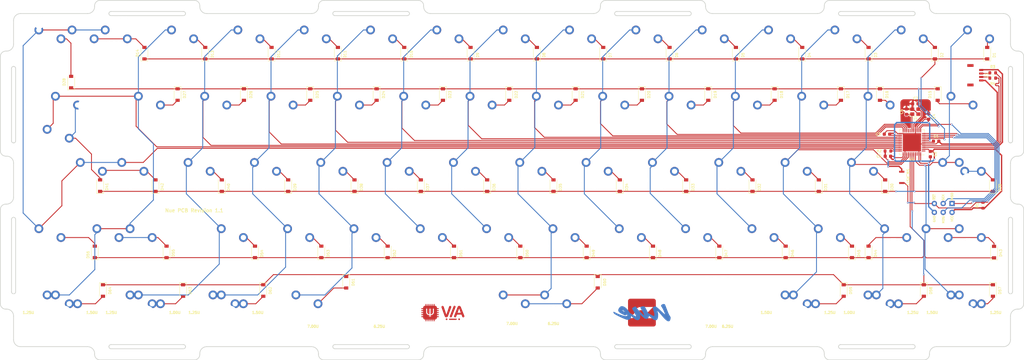
<source format=kicad_pcb>
(kicad_pcb (version 20211014) (generator pcbnew)
  (title_block (title "Nue 60% Universal PCB") (date "2020-09-21") (rev "0.1"))
  (layers (0 "F.Cu" signal) (31 "B.Cu" signal) (34 "B.Paste" user) (35 "F.Paste" user) (36 "B.SilkS" user "B.Silkscreen") (37 "F.SilkS" user "F.Silkscreen") (38 "B.Mask" user) (39 "F.Mask" user) (44 "Edge.Cuts" user))
  (net 0 "")
  (net 1 "GND")
  (net 2 "Net-(D1-Pad2)")
  (net 3 "Row1")
  (net 4 "Net-(D2-Pad2)")
  (net 5 "Row2")
  (net 6 "Row3")
  (net 7 "Row4")
  (net 8 "Row5")
  (net 9 "Col1")
  (net 10 "Col2")
  (net 11 "Col3")
  (net 12 "Col4")
  (net 13 "Col5")
  (net 14 "Col6")
  (net 15 "Col7")
  (net 16 "Col8")
  (net 17 "Col9")
  (net 18 "Col10")
  (net 19 "Col11")
  (net 20 "Col12")
  (net 21 "Col13")
  (net 22 "Col14")
  (net 23 "D-")
  (net 24 "D+")
  (net 25 "Net-(C1-Pad1)")
  (net 26 "VCC")
  (net 27 "XTAL1")
  (net 28 "XTAL2")
  (net 29 "Net-(J1-Pad2)")
  (net 30 "Net-(J1-Pad3)")
  (net 31 "RESET")
  (net 32 "MOSI")
  (net 33 "SCK")
  (net 34 "MISO")
  (net 35 "Net-(R2-Pad2)")
  (net 40 "Net-(D15-Pad2)")
  (net 41 "Net-(D16-Pad2)")
  (net 42 "Net-(D29-Pad2)")
  (net 43 "Net-(D30-Pad2)")
  (net 44 "Net-(D43-Pad2)")
  (net 45 "Net-(D3-Pad2)")
  (net 46 "Net-(D4-Pad2)")
  (net 47 "Net-(D5-Pad2)")
  (net 48 "Net-(D7-Pad2)")
  (net 49 "Net-(D8-Pad2)")
  (net 50 "Net-(D10-Pad2)")
  (net 51 "Net-(D11-Pad2)")
  (net 52 "Net-(D12-Pad2)")
  (net 53 "Net-(D13-Pad2)")
  (net 54 "Net-(D17-Pad2)")
  (net 55 "Net-(D18-Pad2)")
  (net 56 "Net-(D19-Pad2)")
  (net 57 "Net-(D21-Pad2)")
  (net 58 "Net-(D22-Pad2)")
  (net 59 "Net-(D23-Pad2)")
  (net 60 "Net-(D25-Pad2)")
  (net 61 "Net-(D26-Pad2)")
  (net 62 "Net-(D27-Pad2)")
  (net 63 "Net-(D31-Pad2)")
  (net 64 "Net-(D32-Pad2)")
  (net 65 "Net-(D33-Pad2)")
  (net 66 "Net-(D35-Pad2)")
  (net 67 "Net-(D37-Pad2)")
  (net 68 "Net-(D38-Pad2)")
  (net 69 "Net-(D39-Pad2)")
  (net 70 "Net-(D40-Pad2)")
  (net 71 "Net-(D41-Pad2)")
  (net 72 "Net-(D45-Pad2)")
  (net 73 "Net-(D46-Pad2)")
  (net 74 "Net-(D47-Pad2)")
  (net 75 "Net-(D50-Pad2)")
  (net 76 "Net-(D51-Pad2)")
  (net 77 "Net-(D52-Pad2)")
  (net 78 "Net-(D53-Pad2)")
  (net 79 "Net-(D54-Pad2)")
  (net 80 "Net-(D55-Pad2)")
  (net 81 "Net-(D56-Pad2)")
  (net 82 "Net-(D58-Pad2)")
  (net 83 "Net-(D59-Pad2)")
  (net 84 "Net-(D60-Pad2)")
  (net 85 "Net-(D61-Pad2)")
  (net 86 "Net-(D63-Pad2)")
  (net 87 "Net-(D64-Pad2)")
  (net 88 "Net-(D6-Pad2)")
  (net 89 "Net-(D9-Pad2)")
  (net 90 "Net-(D14-Pad2)")
  (net 91 "Net-(D20-Pad2)")
  (net 92 "Net-(D24-Pad2)")
  (net 93 "Net-(D28-Pad2)")
  (net 94 "Net-(D34-Pad2)")
  (net 95 "Net-(D36-Pad2)")
  (net 96 "Net-(D42-Pad2)")
  (net 97 "Net-(D44-Pad2)")
  (net 98 "Net-(D48-Pad2)")
  (net 99 "Net-(D49-Pad2)")
  (net 100 "Net-(D57-Pad2)")
  (net 101 "Net-(D62-Pad2)")
  (footprint "Diode_SMD:D_SOD-123" (layer "F.Cu") (at 334.899 66.675 90)
    (fp_text reference "D1")
    (fp_text value "1N4148")
  )
  (footprint "Diode_SMD:D_SOD-123" (layer "F.Cu") (at 319.88125 66.675 90)
    (fp_text reference "D2")
    (fp_text value "1N4148")
  )
  (footprint "Diode_SMD:D_SOD-123" (layer "F.Cu") (at 300.83125 66.675 90)
    (fp_text reference "D3")
    (fp_text value "1N4148")
  )
  (footprint "Diode_SMD:D_SOD-123" (layer "F.Cu") (at 281.78125 66.675 90)
    (fp_text reference "D4")
    (fp_text value "1N4148")
  )
  (footprint "Diode_SMD:D_SOD-123" (layer "F.Cu") (at 262.73125 66.675 90)
    (fp_text reference "D5")
    (fp_text value "1N4148")
  )
  (footprint "Diode_SMD:D_SOD-123" (layer "F.Cu") (at 243.68125 66.675 90)
    (fp_text reference "D6")
    (fp_text value "1N4148")
  )
  (footprint "Diode_SMD:D_SOD-123" (layer "F.Cu") (at 224.63125 66.675 90)
    (fp_text reference "D7")
    (fp_text value "1N4148")
  )
  (footprint "Diode_SMD:D_SOD-123" (layer "F.Cu") (at 205.58125 66.675 90)
    (fp_text reference "D8")
    (fp_text value "1N4148")
  )
  (footprint "Diode_SMD:D_SOD-123" (layer "F.Cu") (at 186.53125 66.675 90)
    (fp_text reference "D9")
    (fp_text value "1N4148")
  )
  (footprint "Diode_SMD:D_SOD-123" (layer "F.Cu") (at 167.48125 66.675 90)
    (fp_text reference "D10")
    (fp_text value "1N4148")
  )
  (footprint "Diode_SMD:D_SOD-123" (layer "F.Cu") (at 148.43125 66.675 90)
    (fp_text reference "D11")
    (fp_text value "1N4148")
  )
  (footprint "Diode_SMD:D_SOD-123" (layer "F.Cu") (at 129.38125 66.675 90)
    (fp_text reference "D12")
    (fp_text value "1N4148")
  )
  (footprint "Diode_SMD:D_SOD-123" (layer "F.Cu") (at 110.33125 66.675 90)
    (fp_text reference "D13")
    (fp_text value "1N4148")
  )
  (footprint "Diode_SMD:D_SOD-123" (layer "F.Cu") (at 92.86875 66.675 90)
    (fp_text reference "D14")
    (fp_text value "1N4148")
  )
  (footprint "Diode_SMD:D_SOD-123" (layer "F.Cu") (at 320.675 78.58125 -90)
    (fp_text reference "D15")
    (fp_text value "1N4148")
  )
  (footprint "Diode_SMD:D_SOD-123" (layer "F.Cu") (at 304.1015 78.58125 -90)
    (fp_text reference "D16")
    (fp_text value "1N4148")
  )
  (footprint "Diode_SMD:D_SOD-123" (layer "F.Cu") (at 292.89375 78.58125 -90)
    (fp_text reference "D17")
    (fp_text value "1N4148")
  )
  (footprint "Diode_SMD:D_SOD-123" (layer "F.Cu") (at 273.84375 78.58125 -90)
    (fp_text reference "D18")
    (fp_text value "1N4148")
  )
  (footprint "Diode_SMD:D_SOD-123" (layer "F.Cu") (at 254.79375 78.58125 -90)
    (fp_text reference "D19")
    (fp_text value "1N4148")
  )
  (footprint "Diode_SMD:D_SOD-123" (layer "F.Cu") (at 235.74375 78.58125 -90)
    (fp_text reference "D20")
    (fp_text value "1N4148")
  )
  (footprint "Diode_SMD:D_SOD-123" (layer "F.Cu") (at 216.69375 78.58125 -90)
    (fp_text reference "D21")
    (fp_text value "1N4148")
  )
  (footprint "Diode_SMD:D_SOD-123" (layer "F.Cu") (at 197.64375 78.58125 -90)
    (fp_text reference "D22")
    (fp_text value "1N4148")
  )
  (footprint "Diode_SMD:D_SOD-123" (layer "F.Cu") (at 178.59375 78.58125 -90)
    (fp_text reference "D23")
    (fp_text value "1N4148")
  )
  (footprint "Diode_SMD:D_SOD-123" (layer "F.Cu") (at 159.54375 78.58125 -90)
    (fp_text reference "D24")
    (fp_text value "1N4148")
  )
  (footprint "Diode_SMD:D_SOD-123" (layer "F.Cu") (at 140.49375 78.58125 -90)
    (fp_text reference "D25")
    (fp_text value "1N4148")
  )
  (footprint "Diode_SMD:D_SOD-123" (layer "F.Cu") (at 121.44375 78.58125 -90)
    (fp_text reference "D26")
    (fp_text value "1N4148")
  )
  (footprint "Diode_SMD:D_SOD-123" (layer "F.Cu") (at 102.39375 78.58125 -90)
    (fp_text reference "D27")
    (fp_text value "1N4148")
  )
  (footprint "Diode_SMD:D_SOD-123" (layer "F.Cu") (at 336.55 104.775 90)
    (fp_text reference "D29")
    (fp_text value "1N4148")
  )
  (footprint "Diode_SMD:D_SOD-123" (layer "F.Cu") (at 305.59375 104.775 90)
    (fp_text reference "D30")
    (fp_text value "1N4148")
  )
  (footprint "Diode_SMD:D_SOD-123" (layer "F.Cu") (at 286.54375 104.775 90)
    (fp_text reference "D31")
    (fp_text value "1N4148")
  )
  (footprint "Diode_SMD:D_SOD-123" (layer "F.Cu") (at 267.49375 104.775 90)
    (fp_text reference "D32")
    (fp_text value "1N4148")
  )
  (footprint "Diode_SMD:D_SOD-123" (layer "F.Cu") (at 248.44375 104.775 90)
    (fp_text reference "D33")
    (fp_text value "1N4148")
  )
  (footprint "Diode_SMD:D_SOD-123" (layer "F.Cu") (at 229.39375 104.775 90)
    (fp_text reference "D34")
    (fp_text value "1N4148")
  )
  (footprint "Diode_SMD:D_SOD-123" (layer "F.Cu") (at 210.34375 104.775 90)
    (fp_text reference "D35")
    (fp_text value "1N4148")
  )
  (footprint "Diode_SMD:D_SOD-123" (layer "F.Cu") (at 191.29375 104.775 90)
    (fp_text reference "D36")
    (fp_text value "1N4148")
  )
  (footprint "Diode_SMD:D_SOD-123" (layer "F.Cu") (at 172.24375 104.775 90)
    (fp_text reference "D37")
    (fp_text value "1N4148")
  )
  (footprint "Diode_SMD:D_SOD-123" (layer "F.Cu") (at 153.19375 104.775 90)
    (fp_text reference "D38")
    (fp_text value "1N4148")
  )
  (footprint "Diode_SMD:D_SOD-123" (layer "F.Cu") (at 134.14375 104.775 90)
    (fp_text reference "D39")
    (fp_text value "1N4148")
  )
  (footprint "Diode_SMD:D_SOD-123" (layer "F.Cu") (at 96.04375 104.775 90)
    (fp_text reference "D42")
    (fp_text value "1N4148")
  )
  (footprint "Diode_SMD:D_SOD-123" (layer "F.Cu") (at 336.8675 123.8885 90)
    (fp_text reference "D43")
    (fp_text value "1N4148")
  )
  (footprint "Diode_SMD:D_SOD-123" (layer "F.Cu") (at 300.83125 123.825 90)
    (fp_text reference "D44")
    (fp_text value "1N4148")
  )
  (footprint "Diode_SMD:D_SOD-123" (layer "F.Cu") (at 296.06875 123.825 90)
    (fp_text reference "D45")
    (fp_text value "1N4148")
  )
  (footprint "Diode_SMD:D_SOD-123" (layer "F.Cu") (at 277.01875 123.825 90)
    (fp_text reference "D46")
    (fp_text value "1N4148")
  )
  (footprint "Diode_SMD:D_SOD-123" (layer "F.Cu") (at 257.96875 123.825 90)
    (fp_text reference "D47")
    (fp_text value "1N4148")
  )
  (footprint "Diode_SMD:D_SOD-123" (layer "F.Cu") (at 238.91875 123.825 90)
    (fp_text reference "D48")
    (fp_text value "1N4148")
  )
  (footprint "Diode_SMD:D_SOD-123" (layer "F.Cu") (at 219.86875 123.825 90)
    (fp_text reference "D49")
    (fp_text value "1N4148")
  )
  (footprint "Diode_SMD:D_SOD-123" (layer "F.Cu") (at 200.81875 123.825 90)
    (fp_text reference "D50")
    (fp_text value "1N4148")
  )
  (footprint "Diode_SMD:D_SOD-123" (layer "F.Cu") (at 181.76875 123.825 90)
    (fp_text reference "D51")
    (fp_text value "1N4148")
  )
  (footprint "Diode_SMD:D_SOD-123" (layer "F.Cu") (at 162.71875 123.825 90)
    (fp_text reference "D52")
    (fp_text value "1N4148")
  )
  (footprint "Diode_SMD:D_SOD-123" (layer "F.Cu") (at 143.66875 123.825 90)
    (fp_text reference "D53")
    (fp_text value "1N4148")
  )
  (footprint "Diode_SMD:D_SOD-123" (layer "F.Cu") (at 124.61875 123.825 90)
    (fp_text reference "D54")
    (fp_text value "1N4148")
  )
  (footprint "Diode_SMD:D_SOD-123" (layer "F.Cu") (at 99.21875 123.825 90)
    (fp_text reference "D55")
    (fp_text value "1N4148")
  )
  (footprint "Diode_SMD:D_SOD-123" (layer "F.Cu") (at 78.613 123.825 90)
    (fp_text reference "D56")
    (fp_text value "1N4148")
  )
  (footprint "Diode_SMD:D_SOD-123" (layer "F.Cu") (at 336.55 134.9375 -90)
    (fp_text reference "D57")
    (fp_text value "1N4148")
  )
  (footprint "Diode_SMD:D_SOD-123" (layer "F.Cu") (at 316.70625 134.9375 -90)
    (fp_text reference "D58")
    (fp_text value "1N4148")
  )
  (footprint "Diode_SMD:D_SOD-123" (layer "F.Cu") (at 293.6875 134.9375 -90)
    (fp_text reference "D59")
    (fp_text value "1N4148")
  )
  (footprint "Diode_SMD:D_SOD-123" (layer "F.Cu") (at 223.04375 132.55625 -90)
    (fp_text reference "D60")
    (fp_text value "1N4148")
  )
  (footprint "Diode_SMD:D_SOD-123" (layer "F.Cu") (at 150.8125 132.55625 -90)
    (fp_text reference "D61")
    (fp_text value "1N4148")
  )
  (footprint "Diode_SMD:D_SOD-123" (layer "F.Cu") (at 103.98125 134.9375 -90)
    (fp_text reference "D63")
    (fp_text value "1N4148")
  )
  (footprint "Diode_SMD:D_SOD-123" (layer "F.Cu") (at 80.9625 134.9375 -90)
    (fp_text reference "D64")
    (fp_text value "1N4148")
  )
  (footprint "kestralib:MX100" (layer "F.Cu") (at 331.7875 65.0875)
    (fp_text reference "SW1")
    (fp_text value "ESC")
  )
  (footprint "kestralib:MX100" (layer "F.Cu") (at 312.7375 65.0875)
    (fp_text reference "SW2")
    (fp_text value "1")
  )
  (footprint "kestralib:MX100" (layer "F.Cu") (at 293.6875 65.0875)
    (fp_text reference "SW3")
    (fp_text value "2")
  )
  (footprint "kestralib:MX100" (layer "F.Cu") (at 274.6375 65.0875)
    (fp_text reference "SW4")
    (fp_text value "3")
  )
  (footprint "kestralib:MX100" (layer "F.Cu") (at 255.5875 65.0875)
    (fp_text reference "SW5")
    (fp_text value "4")
  )
  (footprint "kestralib:MX100" (layer "F.Cu") (at 236.5375 65.0875)
    (fp_text reference "SW6")
    (fp_text value "5")
  )
  (footprint "kestralib:MX100" (layer "F.Cu") (at 217.4875 65.0875)
    (fp_text reference "SW7")
    (fp_text value "6")
  )
  (footprint "kestralib:MX100" (layer "F.Cu") (at 198.4375 65.0875)
    (fp_text reference "SW8")
    (fp_text value "7")
  )
  (footprint "kestralib:MX100" (layer "F.Cu") (at 179.3875 65.0875)
    (fp_text reference "SW9")
    (fp_text value "8")
  )
  (footprint "kestralib:MX100" (layer "F.Cu") (at 160.3375 65.0875)
    (fp_text reference "SW10")
    (fp_text value "9")
  )
  (footprint "kestralib:MX100" (layer "F.Cu") (at 141.2875 65.0875)
    (fp_text reference "SW11")
    (fp_text value "0")
  )
  (footprint "kestralib:MX100" (layer "F.Cu") (at 122.2375 65.0875)
    (fp_text reference "SW12")
    (fp_text value "-")
  )
  (footprint "kestralib:MX100" (layer "F.Cu") (at 103.1875 65.0875)
    (fp_text reference "SW13")
    (fp_text value "=")
  )
  (footprint "kestralib:MX200" (layer "F.Cu") (at 74.6125 65.0875)
    (fp_text reference "SW14")
    (fp_text value "2U BACKSP")
  )
  (footprint "kestralib:MX100" (layer "F.Cu") (at 303.2125 84.1375)
    (fp_text reference "SW16")
    (fp_text value "Q")
  )
  (footprint "kestralib:MX100" (layer "F.Cu") (at 284.1625 84.1375)
    (fp_text reference "SW17")
    (fp_text value "W")
  )
  (footprint "kestralib:MX100" (layer "F.Cu") (at 265.1125 84.1375)
    (fp_text reference "SW18")
    (fp_text value "E")
  )
  (footprint "kestralib:MX100" (layer "F.Cu") (at 246.0625 84.1375)
    (fp_text reference "SW19")
    (fp_text value "R")
  )
  (footprint "kestralib:MX100" (layer "F.Cu") (at 227.0125 84.1375)
    (fp_text reference "SW20")
    (fp_text value "T")
  )
  (footprint "kestralib:MX100" (layer "F.Cu") (at 207.9625 84.1375)
    (fp_text reference "SW21")
    (fp_text value "Y")
  )
  (footprint "kestralib:MX100" (layer "F.Cu") (at 188.9125 84.1375)
    (fp_text reference "SW22")
    (fp_text value "U")
  )
  (footprint "kestralib:MX100" (layer "F.Cu") (at 169.8625 84.1375)
    (fp_text reference "SW23")
    (fp_text value "I")
  )
  (footprint "kestralib:MX100" (layer "F.Cu") (at 150.8125 84.1375)
    (fp_text reference "SW24")
    (fp_text value "O")
  )
  (footprint "kestralib:MX100" (layer "F.Cu") (at 131.7625 84.1375)
    (fp_text reference "SW25")
    (fp_text value "P")
  )
  (footprint "kestralib:MX100" (layer "F.Cu") (at 112.7125 84.1375)
    (fp_text reference "SW26")
    (fp_text value "CURL_L")
  )
  (footprint "kestralib:MX100" (layer "F.Cu") (at 93.6625 84.1375)
    (fp_text reference "SW27")
    (fp_text value "CURL_R")
  )
  (footprint "kestralib:MX100" (layer "F.Cu") (at 65.0875 65.0875)
    (fp_text reference "SW28")
    (fp_text value "1U RBKSP")
  )
  (footprint "kestralib:MX100" (layer "F.Cu") (at 279.4 103.1875)
    (fp_text reference "SW31")
    (fp_text value "S")
  )
  (footprint "kestralib:MX100" (layer "F.Cu") (at 260.35 103.1875)
    (fp_text reference "SW32")
    (fp_text value "D")
  )
  (footprint "kestralib:MX100" (layer "F.Cu") (at 241.3 103.1875)
    (fp_text reference "SW33")
    (fp_text value "F")
  )
  (footprint "kestralib:MX100" (layer "F.Cu") (at 222.25 103.1875)
    (fp_text reference "SW34")
    (fp_text value "G")
  )
  (footprint "kestralib:MX100" (layer "F.Cu") (at 184.15 103.1875)
    (fp_text reference "SW36")
    (fp_text value "J")
  )
  (footprint "kestralib:MX100" (layer "F.Cu") (at 165.1 103.1875)
    (fp_text reference "SW37")
    (fp_text value "K")
  )
  (footprint "kestralib:MX100" (layer "F.Cu") (at 146.05 103.1875)
    (fp_text reference "SW38")
    (fp_text value "L")
  )
  (footprint "kestralib:MX100" (layer "F.Cu") (at 127 103.1875)
    (fp_text reference "SW39")
    (fp_text value ";")
  )
  (footprint "kestralib:MX100" (layer "F.Cu") (at 107.95 103.1875)
    (fp_text reference "SW40")
    (fp_text value "'")
  )
  (footprint "kestralib:MX150" (layer "F.Cu") (at 69.85 84.1375)
    (fp_text reference "SW41")
    (fp_text value "PIPE150")
  )
  (footprint "kestralib:MX225" (layer "F.Cu") (at 319.88125 122.2375)
    (fp_text reference "SW43")
    (fp_text value "LSHIFT225")
  )
  (footprint "kestralib:MX100" (layer "F.Cu") (at 288.925 122.2375)
    (fp_text reference "SW45")
    (fp_text value "Z")
  )
  (footprint "kestralib:MX100" (layer "F.Cu") (at 269.875 122.2375)
    (fp_text reference "SW46")
    (fp_text value "X")
  )
  (footprint "kestralib:MX100" (layer "F.Cu") (at 212.725 122.2375)
    (fp_text reference "SW49")
    (fp_text value "B")
  )
  (footprint "kestralib:MX100" (layer "F.Cu") (at 193.675 122.2375)
    (fp_text reference "SW50")
    (fp_text value "N")
  )
  (footprint "kestralib:MX100" (layer "F.Cu") (at 174.625 122.2375)
    (fp_text reference "SW51")
    (fp_text value "M")
  )
  (footprint "kestralib:MX100" (layer "F.Cu") (at 155.575 122.2375)
    (fp_text reference "SW52")
    (fp_text value "<")
  )
  (footprint "kestralib:MX100" (layer "F.Cu") (at 136.525 122.2375)
    (fp_text reference "SW53")
    (fp_text value ">")
  )
  (footprint "kestralib:MX100" (layer "F.Cu") (at 117.475 122.2375)
    (fp_text reference "SW54")
    (fp_text value "?")
  )
  (footprint "kestralib:MX275" (layer "F.Cu") (at 81.75625 122.2375)
    (fp_text reference "SW55")
    (fp_text value "RSHIFT275")
  )
  (footprint "kestralib:MX100" (layer "F.Cu") (at 65.0875 122.2375)
    (fp_text reference "SW56")
    (fp_text value "FN")
  )
  (footprint "kestralib:MX125" (layer "F.Cu") (at 329.40625 141.2875)
    (fp_text reference "SW57")
    (fp_text value "LCTRL125")
  )
  (footprint "kestralib:MX125" (layer "F.Cu") (at 305.59375 141.2875)
    (fp_text reference "SW58")
    (fp_text value "LWIN125")
  )
  (footprint "kestralib:MX125" (layer "F.Cu") (at 281.78125 141.2875)
    (fp_text reference "SW59")
    (fp_text value "LALT125")
  )
  (footprint "kestralib:MX125" (layer "F.Cu") (at 138.90625 141.2875)
    (fp_text reference "SW61")
    (fp_text value "RALT125")
  )
  (footprint "kestralib:MX125" (layer "F.Cu") (at 115.09375 141.2875)
    (fp_text reference "SW62")
    (fp_text value "RWIN125")
  )
  (footprint "kestralib:MX125" (layer "F.Cu") (at 67.46875 141.2875)
    (fp_text reference "SW64")
    (fp_text value "RCTRL125")
  )
  (footprint "kestralib:MX100" (layer "F.Cu") (at 84.1375 65.0875)
    (fp_text reference "SW65")
    (fp_text value "1U LBACKSP")
  )
  (footprint "kestralib:MXISOEnter" (layer "F.Cu") (at 67.46875 93.6625)
    (fp_text reference "SW67")
    (fp_text value "ENTER_ISO")
  )
  (footprint "kestralib:MX125" (layer "F.Cu") (at 329.40625 122.2375)
    (fp_text reference "SW68")
    (fp_text value "LSHIFT125")
  )
  (footprint "kestralib:MX175" (layer "F.Cu") (at 91.28125 122.2375)
    (fp_text reference "SW69")
    (fp_text value "RSHIFT175")
  )
  (footprint "kestralib:MX150" (layer "F.Cu") (at 327.025 141.2875)
    (fp_text reference "SW70")
    (fp_text value "LCTRL150")
  )
  (footprint "kestralib:MX100" (layer "F.Cu") (at 303.2125 141.2875)
    (fp_text reference "SW71")
    (fp_text value "LWIN100")
  )
  (footprint "kestralib:MX150" (layer "F.Cu") (at 117.475 141.2875)
    (fp_text reference "SW74")
    (fp_text value "RALT150")
  )
  (footprint "kestralib:MX100" (layer "F.Cu") (at 93.6625 141.2875)
    (fp_text reference "SW75")
    (fp_text value "RWIN100")
  )
  (footprint "kestralib:MX150" (layer "F.Cu") (at 69.85 141.2875)
    (fp_text reference "SW76")
    (fp_text value "RCTRL150")
  )
  (footprint "Diode_SMD:D_SOD-123" (layer "F.Cu") (at 71.8185 74.9935 90)
    (fp_text reference "D28")
    (fp_text value "1N4148")
  )
  (footprint "kestralib:MX100" (layer "F.Cu") (at 307.975 122.2375)
    (fp_text reference "SW44")
    (fp_text value "ISO_PIPE")
  )
  (footprint "kestralib:MX100" (layer "F.Cu") (at 88.9 103.1875)
    (fp_text reference "SW77")
    (fp_text value "PIPE100")
  )
  (footprint "Diode_SMD:D_SOD-123" (layer "F.Cu") (at 127 134.9375 -90)
    (fp_text reference "D62")
    (fp_text value "1N4148")
  )
  (footprint "kestralib:MX700R" (layer "F.Cu") (at 198.4375 141.2875)
    (fp_text reference "SW73")
    (fp_text value "SPACE700")
  )
  (footprint "kestralib:MX625R" (layer "F.Cu") (at 210.34375 141.2875)
    (fp_text reference "SW60")
    (fp_text value "SPACE625")
  )
  (footprint "kestralib:MX100" (layer "F.Cu") (at 231.775 122.2375)
    (fp_text reference "SW48")
    (fp_text value "V")
  )
  (footprint "kestralib:MX100" (layer "F.Cu") (at 250.825 122.2375)
    (fp_text reference "SW47")
    (fp_text value "C")
  )
  (footprint "kestralib:JST_BM04B-ASRS" (layer "F.Cu") (at 332.58125 73.025 -90)
    (fp_text reference "J1")
    (fp_text value "Conn_01x04")
  )
  (footprint "kestralib:Conn_AVR_ISP_6" (layer "F.Cu") (at 322.2625 111.125 -90)
    (fp_text reference "J2" hide)
    (fp_text value "AVR-ISP-6" hide)
  )
  (footprint "kestralib:MX225R" (layer "F.Cu") (at 76.99375 103.1875)
    (fp_text reference "SW42")
    (fp_text value "ENTER_ANSI")
  )
  (footprint "kestralib:MX175" (layer "F.Cu") (at 324.64375 103.1875)
    (fp_text reference "SW29")
    (fp_text value "CAPS")
  )
  (footprint "kestralib:MX150" (layer "F.Cu") (at 327.025 84.1375)
    (fp_text reference "SW15")
    (fp_text value "TAB150")
  )
  (footprint "kestralib:MX125" (layer "F.Cu") (at 329.40625 103.1875)
    (fp_text reference "SW66")
    (fp_text value "STEPPEDCAPS")
  )
  (footprint "kestralib:MX100" (layer "F.Cu") (at 203.2 103.1875)
    (fp_text reference "SW35")
    (fp_text value "H")
  )
  (footprint "kestralib:sk-square-mask-md" (layer "F.Cu") (at 235.74375 141.2875)
    (fp_text reference "H1" hide)
    (fp_text value "StudioKestra Logo" hide)
  )
  (footprint "Capacitor_SMD:C_0603_1608Metric" (layer "F.Cu") (at 318.5795 95.6945 -90)
    (fp_text reference "C2")
    (fp_text value "10uF")
  )
  (footprint "Capacitor_SMD:C_0603_1608Metric" (layer "F.Cu") (at 318.0715 84.8995 90)
    (fp_text reference "C4")
    (fp_text value "0.1uF")
  )
  (footprint "Capacitor_SMD:C_0603_1608Metric" (layer "F.Cu") (at 306.3875 96.3295 180)
    (fp_text reference "C5")
    (fp_text value "0.1uF")
  )
  (footprint "Resistor_SMD:R_0603_1608Metric" (layer "F.Cu") (at 333.6925 110.4265 90)
    (fp_text reference "R1")
    (fp_text value "10k")
  )
  (footprint "Resistor_SMD:R_0603_1608Metric" (layer "F.Cu") (at 306.3875 94.8055)
    (fp_text reference "R2")
    (fp_text value "1k")
  )
  (footprint "Resistor_SMD:R_0603_1608Metric" (layer "F.Cu") (at 336.4865 72.3265)
    (fp_text reference "R3")
    (fp_text value "22")
  )
  (footprint "Resistor_SMD:R_0603_1608Metric" (layer "F.Cu") (at 336.4865 73.8505)
    (fp_text reference "R4")
    (fp_text value "22")
  )
  (footprint "kestralib:pushbtn_C319436" (layer "F.Cu") (at 310.35625 102.39375 -90)
    (fp_text reference "SW_RST1")
    (fp_text value "SW_Push")
  )
  (footprint "kestralib:MX100" (layer "F.Cu") (at 298.45 103.1875)
    (fp_text reference "SW30")
    (fp_text value "A")
  )
  (footprint "Capacitor_SMD:C_0603_1608Metric" (layer "F.Cu") (at 320.2305 92.0115)
    (fp_text reference "C1")
    (fp_text value "1uF")
  )
  (footprint "Capacitor_SMD:C_0603_1608Metric" (layer "F.Cu") (at 306.1205 89.9795 180)
    (fp_text reference "C3")
    (fp_text value "0.1uF")
  )
  (footprint "Package_DFN_QFN:QFN-44-1EP_7x7mm_P0.5mm_EP5.2x5.2mm" (layer "F.Cu") (at 313.2855 92.301 180)
    (fp_text reference "U1")
    (fp_text value "ATmega32U4-MU")
  )
  (footprint "Capacitor_SMD:C_0603_1608Metric" (layer "F.Cu") (at 314.2615 81.2165 180)
    (fp_text reference "C7")
    (fp_text value "22pF")
  )
  (footprint "Capacitor_SMD:C_0603_1608Metric" (layer "F.Cu") (at 311.7215 83.5025 90)
    (fp_text reference "C6")
    (fp_text value "22pF")
  )
  (footprint "Crystal:Crystal_SMD_2520-4Pin_2.5x2.0mm" (layer "F.Cu") (at 314.2615 83.5025)
    (fp_text reference "Y1")
    (fp_text value "16 MHz")
  )
  (footprint "Diode_SMD:D_SOD-123" (layer "F.Cu") (at 80.137 104.775 90)
    (fp_text reference "D41")
    (fp_text value "1N4148")
  )
  (footprint "kestralib:qmk-via" (layer "F.Cu") (at 178.59375 141.2875)
    (fp_text reference "H3" hide)
    (fp_text value "qmk-via logo" hide)
  )
  (footprint "Diode_SMD:D_SOD-123" (layer "F.Cu") (at 115.09375 104.775 90)
    (fp_text reference "D40")
    (fp_text value "1N4148")
  )
  (footprint "kestralib:MX150" (layer "F.Cu") (at 279.4 141.2875)
    (fp_text reference "SW72")
    (fp_text value "LALT150")
  )
  (footprint "kestralib:MX125" (layer "F.Cu") (at 91.28125 141.2875)
    (fp_text reference "SW63")
    (fp_text value "MENU")
  )
  (footprint "kestralib:nue-logo" (layer "B.Cu") (at 235.74375 141.2875 180)
    (fp_text reference "H2" hide)
    (fp_text value "Nue Logo" hide)
  )
  (gr_line (start 104.0625 54.6875) (end 83.2625 54.6875) (layer "Edge.Cuts") (width 0.2))
  (gr_arc (start 340.987601 71.087826) (mid 341.163337 70.663562) (end 341.587601 70.487826) (layer "Edge.Cuts") (width 0.2))
  (gr_arc (start 142.856253 53.287531) (mid 142.270464 54.701743) (end 140.856249 55.287527) (layer "Edge.Cuts") (width 0.2))
  (gr_line (start 340.987601 91.887826) (end 340.987601 71.087826) (layer "Edge.Cuts") (width 0.2))
  (gr_arc (start 140.856249 151.087472) (mid 142.270464 151.673256) (end 142.856253 153.087468) (layer "Edge.Cuts") (width 0.2))
  (gr_line (start 108.7625 53.0375) (end 108.7625 53.2875) (layer "Edge.Cuts") (width 0.2))
  (gr_arc (start 53.037499 96.287499) (mid 51.941483 95.833515) (end 51.487499 94.737499) (layer "Edge.Cuts") (width 0.2))
  (gr_line (start 173.056253 153.087412) (end 173.056253 153.337412) (layer "Edge.Cuts") (width 0.2))
  (gr_arc (start 168.366818 150.487499) (mid 168.791082 150.663235) (end 168.966818 151.087499) (layer "Edge.Cuts") (width 0.2))
  (gr_line (start 107.2125 154.887499) (end 80.1125 154.887499) (layer "Edge.Cuts") (width 0.2))
  (gr_line (start 292.812499 54.6875) (end 313.612499 54.6875) (layer "Edge.Cuts") (width 0.2))
  (gr_line (start 342.187601 71.087826) (end 342.187601 91.887826) (layer "Edge.Cuts") (width 0.2))
  (gr_line (start 341.587499 142.2875) (end 341.587496 149.0875) (layer "Edge.Cuts") (width 0.2))
  (gr_line (start 256.01875 55.287527) (end 286.112499 55.2875) (layer "Edge.Cuts") (width 0.2))
  (gr_arc (start 223.818746 53.287587) (mid 223.232962 54.701802) (end 221.81875 55.287591) (layer "Edge.Cuts") (width 0.2))
  (gr_arc (start 173.056253 153.337412) (mid 172.602271 154.433428) (end 171.506256 154.887415) (layer "Edge.Cuts") (width 0.2))
  (gr_arc (start 318.312499 153.087499) (mid 318.898285 151.673285) (end 320.312499 151.087499) (layer "Edge.Cuts") (width 0.2))
  (gr_arc (start 289.662499 154.887499) (mid 288.566483 154.433515) (end 288.112499 153.337499) (layer "Edge.Cuts") (width 0.2))
  (gr_line (start 288.112499 153.337499) (end 288.112499 153.087499) (layer "Edge.Cuts") (width 0.2))
  (gr_line (start 228.508181 55.8875) (end 249.308181 55.8875) (layer "Edge.Cuts") (width 0.2))
  (gr_arc (start 249.308181 54.6875) (mid 249.732445 54.863236) (end 249.908181 55.2875) (layer "Edge.Cuts") (width 0.2))
  (gr_line (start 254.018745 53.037531) (end 254.018746 53.287531) (layer "Edge.Cuts") (width 0.2))
  (gr_line (start 343.587499 66.087499) (end 343.837499 66.087499) (layer "Edge.Cuts") (width 0.2))
  (gr_line (start 345.387499 111.6375) (end 345.387499 138.7375) (layer "Edge.Cuts") (width 0.2))
  (gr_arc (start 142.856253 53.037531) (mid 143.31024 51.941516) (end 144.406256 51.487534) (layer "Edge.Cuts") (width 0.2))
  (gr_arc (start 78.5625 53.2875) (mid 77.976714 54.701714) (end 76.5625 55.2875) (layer "Edge.Cuts") (width 0.2))
  (gr_line (start 108.7625 153.087499) (end 108.7625 153.337499) (layer "Edge.Cuts") (width 0.2))
  (gr_line (start 54.687397 135.287173) (end 54.687397 114.487173) (layer "Edge.Cuts") (width 0.2))
  (gr_line (start 286.112499 151.087499) (end 256.01875 151.087472) (layer "Edge.Cuts") (width 0.2))
  (gr_line (start 142.856253 53.287531) (end 142.856253 53.037531) (layer "Edge.Cuts") (width 0.2))
  (gr_arc (start 54.687397 71.087826) (mid 54.863133 70.663562) (end 55.287397 70.487826) (layer "Edge.Cuts") (width 0.2))
  (gr_line (start 53.2875 140.2875) (end 53.037499 140.2875) (layer "Edge.Cuts") (width 0.2))
  (gr_arc (start 249.908181 55.2875) (mid 249.732445 55.711764) (end 249.308181 55.8875) (layer "Edge.Cuts") (width 0.2))
  (gr_arc (start 341.587496 149.0875) (mid 341.00171 150.501714) (end 339.587496 151.0875) (layer "Edge.Cuts") (width 0.2))
  (gr_line (start 53.037499 66.087499) (end 53.2875 66.087499) (layer "Edge.Cuts") (width 0.2))
  (gr_arc (start 318.312499 153.337499) (mid 317.858515 154.433515) (end 316.762499 154.887499) (layer "Edge.Cuts") (width 0.2))
  (gr_arc (start 343.837499 110.0875) (mid 344.933515 110.541484) (end 345.387499 111.6375) (layer "Edge.Cuts") (width 0.2))
  (gr_arc (start 168.366818 54.6875) (mid 168.791082 54.863236) (end 168.966818 55.2875) (layer "Edge.Cuts") (width 0.2))
  (gr_line (start 147.566818 151.687499) (end 168.366818 151.687499) (layer "Edge.Cuts") (width 0.2))
  (gr_arc (start 249.908181 151.087499) (mid 249.732445 151.511763) (end 249.308181 151.687499) (layer "Edge.Cuts") (width 0.2))
  (gr_arc (start 83.2625 55.8875) (mid 82.838236 55.711764) (end 82.6625 55.2875) (layer "Edge.Cuts") (width 0.2))
  (gr_line (start 55.887397 114.487173) (end 55.887397 135.287173) (layer "Edge.Cuts") (width 0.2))
  (gr_line (start 144.406256 51.487534) (end 171.506256 51.487584) (layer "Edge.Cuts") (width 0.2))
  (gr_arc (start 55.887397 91.887826) (mid 55.711661 92.31209) (end 55.287397 92.487826) (layer "Edge.Cuts") (width 0.2))
  (gr_arc (start 146.966818 151.087499) (mid 147.142554 150.663235) (end 147.566818 150.487499) (layer "Edge.Cuts") (width 0.2))
  (gr_arc (start 108.7625 153.087499) (mid 109.348286 151.673285) (end 110.7625 151.087499) (layer "Edge.Cuts") (width 0.2))
  (gr_line (start 249.308181 151.687499) (end 228.508181 151.687499) (layer "Edge.Cuts") (width 0.2))
  (gr_line (start 341.587496 57.2875) (end 341.587499 64.087499) (layer "Edge.Cuts") (width 0.2))
  (gr_line (start 55.2875 64.087499) (end 55.2875 57.2875) (layer "Edge.Cuts") (width 0.2))
  (gr_arc (start 83.2625 151.687499) (mid 82.838236 151.511763) (end 82.6625 151.087499) (layer "Edge.Cuts") (width 0.2))
  (gr_arc (start 286.112499 151.087499) (mid 287.526713 151.673285) (end 288.112499 153.087499) (layer "Edge.Cuts") (width 0.2))
  (gr_line (start 78.5625 153.337499) (end 78.5625 153.087499) (layer "Edge.Cuts") (width 0.2))
  (gr_line (start 57.2875 55.2875) (end 76.5625 55.2875) (layer "Edge.Cuts") (width 0.2))
  (gr_arc (start 168.966818 151.087499) (mid 168.791082 151.511763) (end 168.366818 151.687499) (layer "Edge.Cuts") (width 0.2))
  (gr_line (start 53.2875 96.287499) (end 53.037499 96.287499) (layer "Edge.Cuts") (width 0.2))
  (gr_line (start 140.856249 151.087472) (end 110.7625 151.087499) (layer "Edge.Cuts") (width 0.2))
  (gr_line (start 53.037499 110.0875) (end 53.2875 110.0875) (layer "Edge.Cuts") (width 0.2))
  (gr_line (start 318.312499 153.087499) (end 318.312499 153.337499) (layer "Edge.Cuts") (width 0.2))
  (gr_arc (start 314.212499 151.087499) (mid 314.036763 151.511763) (end 313.612499 151.687499) (layer "Edge.Cuts") (width 0.2))
  (gr_arc (start 342.187601 135.287173) (mid 342.011865 135.711437) (end 341.587601 135.887173) (layer "Edge.Cuts") (width 0.2))
  (gr_arc (start 55.2875 57.2875) (mid 55.873286 55.873286) (end 57.2875 55.2875) (layer "Edge.Cuts") (width 0.2))
  (gr_line (start 345.387499 67.637499) (end 345.387499 94.737499) (layer "Edge.Cuts") (width 0.2))
  (gr_line (start 343.837499 140.2875) (end 343.587499 140.2875) (layer "Edge.Cuts") (width 0.2))
  (gr_line (start 289.662499 51.4875) (end 316.762499 51.4875) (layer "Edge.Cuts") (width 0.2))
  (gr_arc (start 341.587601 70.487826) (mid 342.011865 70.663562) (end 342.187601 71.087826) (layer "Edge.Cuts") (width 0.2))
  (gr_line (start 292.812499 151.687499) (end 313.612499 151.687499) (layer "Edge.Cuts") (width 0.2))
  (gr_arc (start 341.587601 92.487826) (mid 341.163337 92.31209) (end 340.987601 91.887826) (layer "Edge.Cuts") (width 0.2))
  (gr_line (start 252.468743 154.887465) (end 225.368743 154.887415) (layer "Edge.Cuts") (width 0.2))
  (gr_arc (start 55.287397 92.487826) (mid 54.863133 92.31209) (end 54.687397 91.887826) (layer "Edge.Cuts") (width 0.2))
  (gr_arc (start 320.312499 55.2875) (mid 318.898285 54.701714) (end 318.312499 53.2875) (layer "Edge.Cuts") (width 0.2))
  (gr_arc (start 53.037499 140.2875) (mid 51.941483 139.833516) (end 51.487499 138.7375) (layer "Edge.Cuts") (width 0.2))
  (gr_arc (start 171.506256 51.487584) (mid 172.602271 51.941571) (end 173.056253 53.037587) (layer "Edge.Cuts") (width 0.2))
  (gr_arc (start 343.587499 66.087499) (mid 342.173285 65.501713) (end 341.587499 64.087499) (layer "Edge.Cuts") (width 0.2))
  (gr_arc (start 227.908181 151.087499) (mid 228.083917 150.663235) (end 228.508181 150.487499) (layer "Edge.Cuts") (width 0.2))
  (gr_line (start 110.7625 55.2875) (end 140.856249 55.287527) (layer "Edge.Cuts") (width 0.2))
  (gr_arc (start 227.908181 55.2875) (mid 228.083917 54.863236) (end 228.508181 54.6875) (layer "Edge.Cuts") (width 0.2))
  (gr_arc (start 292.812499 151.687499) (mid 292.388235 151.511763) (end 292.212499 151.087499) (layer "Edge.Cuts") (width 0.2))
  (gr_arc (start 55.2875 64.087499) (mid 54.701714 65.501713) (end 53.2875 66.087499) (layer "Edge.Cuts") (width 0.2))
  (gr_arc (start 82.6625 151.087499) (mid 82.838236 150.663235) (end 83.2625 150.487499) (layer "Edge.Cuts") (width 0.2))
  (gr_arc (start 341.587499 98.287499) (mid 342.173285 96.873285) (end 343.587499 96.287499) (layer "Edge.Cuts") (width 0.2))
  (gr_arc (start 51.487499 67.637499) (mid 51.941483 66.541483) (end 53.037499 66.087499) (layer "Edge.Cuts") (width 0.2))
  (gr_line (start 55.887397 91.887826) (end 55.887397 71.087826) (layer "Edge.Cuts") (width 0.2))
  (gr_arc (start 252.468742 51.487534) (mid 253.564758 51.941516) (end 254.018745 53.037531) (layer "Edge.Cuts") (width 0.2))
  (gr_line (start 223.818746 53.287587) (end 223.818745 53.037587) (layer "Edge.Cuts") (width 0.2))
  (gr_line (start 343.587499 110.0875) (end 343.837499 110.0875) (layer "Edge.Cuts") (width 0.2))
  (gr_arc (start 340.987601 114.487173) (mid 341.163337 114.062909) (end 341.587601 113.887173) (layer "Edge.Cuts") (width 0.2))
  (gr_line (start 221.81875 151.087408) (end 175.056249 151.087408) (layer "Edge.Cuts") (width 0.2))
  (gr_line (start 288.112499 53.2875) (end 288.112499 53.0375) (layer "Edge.Cuts") (width 0.2))
  (gr_arc (start 249.308181 150.487499) (mid 249.732445 150.663235) (end 249.908181 151.087499) (layer "Edge.Cuts") (width 0.2))
  (gr_arc (start 254.018746 153.087468) (mid 254.604535 151.673256) (end 256.01875 151.087472) (layer "Edge.Cuts") (width 0.2))
  (gr_arc (start 314.212499 55.2875) (mid 314.036763 55.711764) (end 313.612499 55.8875) (layer "Edge.Cuts") (width 0.2))
  (gr_arc (start 288.112499 53.0375) (mid 288.566483 51.941484) (end 289.662499 51.4875) (layer "Edge.Cuts") (width 0.2))
  (gr_arc (start 82.6625 55.2875) (mid 82.838236 54.863236) (end 83.2625 54.6875) (layer "Edge.Cuts") (width 0.2))
  (gr_arc (start 57.2875 151.087499) (mid 55.873286 150.501713) (end 55.2875 149.087499) (layer "Edge.Cuts") (width 0.2))
  (gr_arc (start 228.508181 151.687499) (mid 228.083917 151.511763) (end 227.908181 151.087499) (layer "Edge.Cuts") (width 0.2))
  (gr_line (start 168.366818 55.8875) (end 147.566818 55.8875) (layer "Edge.Cuts") (width 0.2))
  (gr_line (start 318.312499 53.0375) (end 318.312499 53.2875) (layer "Edge.Cuts") (width 0.2))
  (gr_line (start 254.018746 153.087468) (end 254.018745 153.337468) (layer "Edge.Cuts") (width 0.2))
  (gr_arc (start 173.056253 153.087412) (mid 173.642037 151.673197) (end 175.056249 151.087408) (layer "Edge.Cuts") (width 0.2))
  (gr_arc (start 107.2125 51.4875) (mid 108.308516 51.941484) (end 108.7625 53.0375) (layer "Edge.Cuts") (width 0.2))
  (gr_line (start 313.612499 55.8875) (end 292.812499 55.8875) (layer "Edge.Cuts") (width 0.2))
  (gr_arc (start 108.7625 153.337499) (mid 108.308516 154.433515) (end 107.2125 154.887499) (layer "Edge.Cuts") (width 0.2))
  (gr_arc (start 339.587496 55.2875) (mid 341.00171 55.873286) (end 341.587496 57.2875) (layer "Edge.Cuts") (width 0.2))
  (gr_arc (start 288.112499 53.2875) (mid 287.526713 54.701714) (end 286.112499 55.2875) (layer "Edge.Cuts") (width 0.2))
  (gr_arc (start 168.966818 55.2875) (mid 168.791082 55.711764) (end 168.366818 55.8875) (layer "Edge.Cuts") (width 0.2))
  (gr_line (start 228.508181 150.487499) (end 249.308181 150.487499) (layer "Edge.Cuts") (width 0.2))
  (gr_arc (start 53.2875 140.2875) (mid 54.701714 140.873286) (end 55.2875 142.2875) (layer "Edge.Cuts") (width 0.2))
  (gr_arc (start 256.01875 55.287527) (mid 254.604535 54.701743) (end 254.018746 53.287531) (layer "Edge.Cuts") (width 0.2))
  (gr_arc (start 228.508181 55.8875) (mid 228.083917 55.711764) (end 227.908181 55.2875) (layer "Edge.Cuts") (width 0.2))
  (gr_arc (start 221.81875 151.087408) (mid 223.232962 151.673197) (end 223.818746 153.087412) (layer "Edge.Cuts") (width 0.2))
  (gr_line (start 249.308181 54.6875) (end 228.508181 54.6875) (layer "Edge.Cuts") (width 0.2))
  (gr_line (start 83.2625 150.487499) (end 104.0625 150.487499) (layer "Edge.Cuts") (width 0.2))
  (gr_line (start 147.566818 54.6875) (end 168.366818 54.6875) (layer "Edge.Cuts") (width 0.2))
  (gr_arc (start 223.818745 53.037586) (mid 224.272728 51.94157) (end 225.368743 51.487584) (layer "Edge.Cuts") (width 0.2))
  (gr_line (start 313.612499 150.487499) (end 292.812499 150.487499) (layer "Edge.Cuts") (width 0.2))
  (gr_arc (start 341.587601 113.887173) (mid 342.011865 114.062909) (end 342.187601 114.487173) (layer "Edge.Cuts") (width 0.2))
  (gr_arc (start 104.6625 151.087499) (mid 104.486764 151.511763) (end 104.0625 151.687499) (layer "Edge.Cuts") (width 0.2))
  (gr_arc (start 144.406256 154.887465) (mid 143.31024 154.433483) (end 142.856253 153.337468) (layer "Edge.Cuts") (width 0.2))
  (gr_arc (start 146.966818 55.2875) (mid 147.142554 54.863236) (end 147.566818 54.6875) (layer "Edge.Cuts") (width 0.2))
  (gr_line (start 340.987601 114.487173) (end 340.987601 135.287173) (layer "Edge.Cuts") (width 0.2))
  (gr_arc (start 147.566818 55.8875) (mid 147.142554 55.711764) (end 146.966818 55.2875) (layer "Edge.Cuts") (width 0.2))
  (gr_arc (start 147.566818 151.687499) (mid 147.142554 151.511763) (end 146.966818 151.087499) (layer "Edge.Cuts") (width 0.2))
  (gr_arc (start 341.587499 142.2875) (mid 342.173285 140.873286) (end 343.587499 140.2875) (layer "Edge.Cuts") (width 0.2))
  (gr_arc (start 292.212499 55.2875) (mid 292.388235 54.863236) (end 292.812499 54.6875) (layer "Edge.Cuts") (width 0.2))
  (gr_arc (start 175.056249 55.287591) (mid 173.642037 54.701802) (end 173.056253 53.287587) (layer "Edge.Cuts") (width 0.2))
  (gr_arc (start 80.1125 154.887499) (mid 79.016484 154.433515) (end 78.5625 153.337499) (layer "Edge.Cuts") (width 0.2))
  (gr_arc (start 55.287397 135.887173) (mid 54.863133 135.711437) (end 54.687397 135.287173) (layer "Edge.Cuts") (width 0.2))
  (gr_line (start 51.487499 138.7375) (end 51.487499 111.6375) (layer "Edge.Cuts") (width 0.2))
  (gr_arc (start 51.487499 111.6375) (mid 51.941483 110.541484) (end 53.037499 110.0875) (layer "Edge.Cuts") (width 0.2))
  (gr_line (start 223.818745 153.337412) (end 223.818746 153.087412) (layer "Edge.Cuts") (width 0.2))
  (gr_line (start 343.837499 96.287499) (end 343.587499 96.287499) (layer "Edge.Cuts") (width 0.2))
  (gr_arc (start 342.187601 91.887826) (mid 342.011865 92.31209) (end 341.587601 92.487826) (layer "Edge.Cuts") (width 0.2))
  (gr_arc (start 316.762499 51.4875) (mid 317.858515 51.941484) (end 318.312499 53.0375) (layer "Edge.Cuts") (width 0.2))
  (gr_arc (start 345.387499 94.737499) (mid 344.933515 95.833515) (end 343.837499 96.287499) (layer "Edge.Cuts") (width 0.2))
  (gr_line (start 171.506256 154.887415) (end 144.406256 154.887465) (layer "Edge.Cuts") (width 0.2))
  (gr_arc (start 343.587499 110.0875) (mid 342.173285 109.501714) (end 341.587499 108.0875) (layer "Edge.Cuts") (width 0.2))
  (gr_arc (start 55.2875 108.0875) (mid 54.701714 109.501714) (end 53.2875 110.0875) (layer "Edge.Cuts") (width 0.2))
  (gr_arc (start 76.5625 151.087499) (mid 77.976714 151.673285) (end 78.5625 153.087499) (layer "Edge.Cuts") (width 0.2))
  (gr_line (start 341.587499 98.287499) (end 341.587499 108.0875) (layer "Edge.Cuts") (width 0.2))
  (gr_arc (start 225.368742 154.887415) (mid 224.272727 154.433428) (end 223.818745 153.337412) (layer "Edge.Cuts") (width 0.2))
  (gr_line (start 78.5625 53.2875) (end 78.5625 53.0375) (layer "Edge.Cuts") (width 0.2))
  (gr_arc (start 313.612499 54.6875) (mid 314.036763 54.863236) (end 314.212499 55.2875) (layer "Edge.Cuts") (width 0.2))
  (gr_line (start 55.2875 108.0875) (end 55.2875 98.287499) (layer "Edge.Cuts") (width 0.2))
  (gr_line (start 175.056249 55.287591) (end 221.81875 55.287591) (layer "Edge.Cuts") (width 0.2))
  (gr_arc (start 55.287397 70.487826) (mid 55.711661 70.663562) (end 55.887397 71.087826) (layer "Edge.Cuts") (width 0.2))
  (gr_line (start 173.056253 53.037587) (end 173.056253 53.287587) (layer "Edge.Cuts") (width 0.2))
  (gr_arc (start 313.612499 150.487499) (mid 314.036763 150.663235) (end 314.212499 151.087499) (layer "Edge.Cuts") (width 0.2))
  (gr_line (start 51.487499 94.737499) (end 51.487499 67.637499) (layer "Edge.Cuts") (width 0.2))
  (gr_line (start 55.2875 149.087499) (end 55.2875 142.2875) (layer "Edge.Cuts") (width 0.2))
  (gr_arc (start 55.287397 113.887173) (mid 55.711661 114.062909) (end 55.887397 114.487173) (layer "Edge.Cuts") (width 0.2))
  (gr_arc (start 292.212499 151.087499) (mid 292.388235 150.663235) (end 292.812499 150.487499) (layer "Edge.Cuts") (width 0.2))
  (gr_arc (start 254.018745 153.337467) (mid 253.564759 154.433482) (end 252.468743 154.887465) (layer "Edge.Cuts") (width 0.2))
  (gr_arc (start 54.687397 114.487173) (mid 54.863133 114.062909) (end 55.287397 113.887173) (layer "Edge.Cuts") (width 0.2))
  (gr_arc (start 104.0625 54.6875) (mid 104.486764 54.863236) (end 104.6625 55.2875) (layer "Edge.Cuts") (width 0.2))
  (gr_line (start 104.0625 151.687499) (end 83.2625 151.687499) (layer "Edge.Cuts") (width 0.2))
  (gr_line (start 83.2625 55.8875) (end 104.0625 55.8875) (layer "Edge.Cuts") (width 0.2))
  (gr_line (start 342.187601 135.287173) (end 342.187601 114.487173) (layer "Edge.Cuts") (width 0.2))
  (gr_line (start 339.587496 151.0875) (end 320.312499 151.087499) (layer "Edge.Cuts") (width 0.2))
  (gr_arc (start 78.5625 53.0375) (mid 79.016484 51.941484) (end 80.1125 51.4875) (layer "Edge.Cuts") (width 0.2))
  (gr_arc (start 53.2875 96.287499) (mid 54.701714 96.873285) (end 55.2875 98.287499) (layer "Edge.Cuts") (width 0.2))
  (gr_arc (start 104.0625 150.487499) (mid 104.486764 150.663235) (end 104.6625 151.087499) (layer "Edge.Cuts") (width 0.2))
  (gr_line (start 225.368743 51.487584) (end 252.468743 51.487534) (layer "Edge.Cuts") (width 0.2))
  (gr_line (start 168.366818 150.487499) (end 147.566818 150.487499) (layer "Edge.Cuts") (width 0.2))
  (gr_arc (start 104.6625 55.2875) (mid 104.486764 55.711764) (end 104.0625 55.8875) (layer "Edge.Cuts") (width 0.2))
  (gr_line (start 76.5625 151.087499) (end 57.2875 151.087499) (layer "Edge.Cuts") (width 0.2))
  (gr_line (start 80.1125 51.4875) (end 107.2125 51.4875) (layer "Edge.Cuts") (width 0.2))
  (gr_line (start 320.312499 55.2875) (end 339.587496 55.2875) (layer "Edge.Cuts") (width 0.2))
  (gr_line (start 54.687397 71.087826) (end 54.687397 91.887826) (layer "Edge.Cuts") (width 0.2))
  (gr_arc (start 345.387499 138.7375) (mid 344.933515 139.833516) (end 343.837499 140.2875) (layer "Edge.Cuts") (width 0.2))
  (gr_arc (start 292.812499 55.8875) (mid 292.388235 55.711764) (end 292.212499 55.2875) (layer "Edge.Cuts") (width 0.2))
  (gr_arc (start 343.837499 66.087499) (mid 344.933515 66.541483) (end 345.387499 67.637499) (layer "Edge.Cuts") (width 0.2))
  (gr_arc (start 55.887397 135.287173) (mid 55.711661 135.711437) (end 55.287397 135.887173) (layer "Edge.Cuts") (width 0.2))
  (gr_line (start 142.856253 153.337468) (end 142.856253 153.087468) (layer "Edge.Cuts") (width 0.2))
  (gr_arc (start 341.587601 135.887173) (mid 341.163337 135.711437) (end 340.987601 135.287173) (layer "Edge.Cuts") (width 0.2))
  (gr_line (start 316.762499 154.887499) (end 289.662499 154.887499) (layer "Edge.Cuts") (width 0.2))
  (gr_arc (start 110.7625 55.2875) (mid 109.348287 54.701714) (end 108.762501 53.287501) (layer "Edge.Cuts") (width 0.2))
  (gr_text "1.50U" (at 319.0875 141.2875) (layer "F.SilkS") (effects (font (size 0.75 0.75) (thickness 0.1875))))
  (gr_text "1.50U" (at 77.7875 141.2875) (layer "F.SilkS") (effects (font (size 0.75 0.75) (thickness 0.1875))))
  (gr_text "1.00U" (at 295.275 141.2875) (layer "F.SilkS") (effects (font (size 0.75 0.75) (thickness 0.1875))))
  (gr_text "1.00U" (at 101.6 141.2875) (layer "F.SilkS") (effects (font (size 0.75 0.75) (thickness 0.1875))))
  (gr_text "7.00U" (at 141.2875 145.25625) (layer "F.SilkS") (effects (font (size 0.75 0.75) (thickness 0.1875))))
  (gr_text "7.00U" (at 255.5875 145.25625) (layer "F.SilkS") (effects (font (size 0.75 0.75) (thickness 0.1875))))
  (gr_text "7.00U" (at 198.4375 144.4625) (layer "F.SilkS") (effects (font (size 0.75 0.75) (thickness 0.1875))))
  (gr_text "1.50U" (at 125.4125 141.2875) (layer "F.SilkS") (effects (font (size 0.75 0.75) (thickness 0.1875))))
  (gr_text "1.25U" (at 337.34375 141.2875) (layer "F.SilkS") (effects (font (size 0.75 0.75) (thickness 0.1875))))
  (gr_text "1.25U" (at 289.71875 141.2875) (layer "F.SilkS") (effects (font (size 0.75 0.75) (thickness 0.1875))))
  (gr_text "1.25U" (at 313.53125 141.2875) (layer "F.SilkS") (effects (font (size 0.75 0.75) (thickness 0.1875))))
  (gr_text "6.25U" (at 160.3375 145.25625) (layer "F.SilkS") (effects (font (size 0.75 0.75) (thickness 0.1875))))
  (gr_text "1.50U" (at 271.4625 141.2875) (layer "F.SilkS") (effects (font (size 0.75 0.75) (thickness 0.1875))))
  (gr_text "1.25U" (at 59.53125 141.2875) (layer "F.SilkS") (effects (font (size 0.75 0.75) (thickness 0.1875))))
  (gr_text "1.25U" (at 83.34375 141.2875) (layer "F.SilkS") (effects (font (size 0.75 0.75) (thickness 0.1875))))
  (gr_text "6.25U" (at 260.35 145.25625) (layer "F.SilkS") (effects (font (size 0.75 0.75) (thickness 0.1875))))
  (gr_text "1.25U" (at 107.15625 141.2875) (layer "F.SilkS") (effects (font (size 0.75 0.75) (thickness 0.1875))))
  (gr_text "6.25U" (at 210.34375 144.4625) (layer "F.SilkS") (effects (font (size 0.75 0.75) (thickness 0.1875))))
  (gr_text "Nue PCB Revision 1.1" (at 107.15625 111.91875) (layer "F.SilkS") (effects (font (size 1 1) (thickness 0.2))))
  (segment (start 318.0715 98.3615) (end 315.763986 98.3615) (width 0.254) (layer "F.Cu") (net 1))
  (segment (start 306.451 97.536) (end 306.789901 97.874901) (width 0.254) (layer "F.Cu") (net 1))
  (segment (start 313.4865 80.7215) (end 314.0075 80.2005) (width 0.254) (layer "F.Cu") (net 1))
  (segment (start 309.948 89.801) (end 310.7855 89.801) (width 0.254) (layer "F.Cu") (net 1))
  (segment (start 318.0715 84.1245) (end 317.367172 84.1245) (width 0.254) (layer "F.Cu") (net 1))
  (segment (start 337.79659 91.84441) (end 337.79659 77.95459) (width 0.381) (layer "F.Cu") (net 1))
  (segment (start 314.2855 91.301) (end 313.2855 92.301) (width 0.254) (layer "F.Cu") (net 1))
  (segment (start 317.367172 84.1245) (end 314.2855 87.206172) (width 0.254) (layer "F.Cu") (net 1))
  (segment (start 313.4865 81.2165) (end 313.4865 80.7215) (width 0.254) (layer "F.Cu") (net 1))
  (segment (start 306.451 99.314) (end 306.48275 99.314) (width 0.381) (layer "F.Cu") (net 1))
  (segment (start 313.3865 82.8025) (end 311.9235 82.8025) (width 0.254) (layer "F.Cu") (net 1))
  (segment (start 305.6125 96.3295) (end 305.6125 94.8555) (width 0.381) (layer "F.Cu") (net 1))
  (segment (start 311.2855 95.6385) (end 311.2855 94.301) (width 0.254) (layer "F.Cu") (net 1))
  (segment (start 315.2855 97.883014) (end 315.2855 95.6385) (width 0.254) (layer "F.Cu") (net 1))
  (segment (start 318.5795 96.4695) (end 318.5795 97.8535) (width 0.254) (layer "F.Cu") (net 1))
  (segment (start 306.54625 99.21875) (end 309.5625 99.21875) (width 0.381) (layer "F.Cu") (net 1))
  (segment (start 309.5625 99.21875) (end 310.35625 100.0125) (width 0.381) (layer "F.Cu") (net 1))
  (segment (start 305.6125 94.8555) (end 305.5625 94.8055) (width 0.381) (layer "F.Cu") (net 1))
  (segment (start 337.79659 77.95459) (end 334.367 74.525) (width 0.381) (layer "F.Cu") (net 1))
  (segment (start 316.623 92.801) (end 313.7855 92.801) (width 0.254) (layer "F.Cu") (net 1))
  (segment (start 306.789901 97.874901) (end 309.861849 97.874901) (width 0.254) (layer "F.Cu") (net 1))
  (segment (start 321.0055 92.0115) (end 321.0055 92.0245) (width 0.381) (layer "F.Cu") (net 1))
  (segment (start 306.1335 88.9635) (end 308.2925 88.9635) (width 0.254) (layer "F.Cu") (net 1))
  (segment (start 315.2855 95.6385) (end 315.2855 94.301) (width 0.254) (layer "F.Cu") (net 1))
  (segment (start 305.6125 96.3295) (end 305.6125 96.6975) (width 0.254) (layer "F.Cu") (net 1))
  (segment (start 334.367 74.525) (end 333.18125 74.525) (width 0.381) (layer "F.Cu") (net 1))
  (segment (start 309.861849 97.874901) (end 311.2855 96.45125) (width 0.254) (layer "F.Cu") (net 1))
  (segment (start 306.451 99.314) (end 306.54625 99.21875) (width 0.381) (layer "F.Cu") (net 1))
  (segment (start 321.0055 92.0245) (end 321.81009 92.82909) (width 0.381) (layer "F.Cu") (net 1))
  (segment (start 316.2935 80.2005) (end 318.0715 81.9785) (width 0.254) (layer "F.Cu") (net 1))
  (segment (start 316.623 92.801) (end 320.216 92.801) (width 0.254) (layer "F.Cu") (net 1))
  (segment (start 313.2855 92.301) (end 315.2855 94.301) (width 0.254) (layer "F.Cu") (net 1))
  (segment (start 311.2855 96.45125) (end 311.2855 95.6385) (width 0.254) (layer "F.Cu") (net 1))
  (segment (start 309.948 89.801) (end 309.13 89.801) (width 0.254) (layer "F.Cu") (net 1))
  (segment (start 310.7855 89.801) (end 313.2855 92.301) (width 0.254) (layer "F.Cu") (net 1))
  (segment (start 305.3455 89.7515) (end 306.1335 88.9635) (width 0.254) (layer "F.Cu") (net 1))
  (segment (start 314.0075 80.2005) (end 316.2935 80.2005) (width 0.254) (layer "F.Cu") (net 1))
  (segment (start 320.216 92.801) (end 321.0055 92.0115) (width 0.254) (layer "F.Cu") (net 1))
  (segment (start 314.2855 88.9635) (end 314.2855 91.301) (width 0.254) (layer "F.Cu") (net 1))
  (segment (start 318.5795 97.8535) (end 318.0715 98.3615) (width 0.254) (layer "F.Cu") (net 1))
  (segment (start 311.9235 82.8025) (end 311.8485 82.7275) (width 0.254) (layer "F.Cu") (net 1))
  (segment (start 311.2855 94.301) (end 313.2855 92.301) (width 0.254) (layer "F.Cu") (net 1))
  (segment (start 309.13 89.801) (end 308.2925 88.9635) (width 0.254) (layer "F.Cu") (net 1))
  (segment (start 315.0615 84.2025) (end 313.6615 82.8025) (width 0.254) (layer "F.Cu") (net 1))
  (segment (start 310.35625 100.0125) (end 310.35625 100.76875) (width 0.381) (layer "F.Cu") (net 1))
  (segment (start 305.6125 96.6975) (end 306.451 97.536) (width 0.254) (layer "F.Cu") (net 1))
  (segment (start 305.3455 89.9795) (end 305.3455 89.7515) (width 0.254) (layer "F.Cu") (net 1))
  (segment (start 313.6615 82.8025) (end 313.3865 82.8025) (width 0.254) (layer "F.Cu") (net 1))
  (segment (start 315.1365 84.2025) (end 315.0615 84.2025) (width 0.254) (layer "F.Cu") (net 1))
  (segment (start 321.81009 92.82909) (end 336.81191 92.82909) (width 0.381) (layer "F.Cu") (net 1))
  (segment (start 318.0715 81.9785) (end 318.0715 84.1245) (width 0.254) (layer "F.Cu") (net 1))
  (segment (start 314.2855 87.206172) (end 314.2855 88.9635) (width 0.254) (layer "F.Cu") (net 1))
  (segment (start 315.2855 97.883014) (end 315.763986 98.3615) (width 0.254) (layer "F.Cu") (net 1))
  (segment (start 313.4865 81.2165) (end 313.4865 82.7025) (width 0.254) (layer "F.Cu") (net 1))
  (segment (start 336.81191 92.82909) (end 337.79659 91.84441) (width 0.381) (layer "F.Cu") (net 1))
  (segment (start 313.4865 82.7025) (end 313.3865 82.8025) (width 0.254) (layer "F.Cu") (net 1))
  (via (at 318.0715 98.3615) (size 0.508) (drill 0.3048) (layers "F.Cu" "B.Cu") (net 1))
  (via (at 306.451 99.314) (size 0.508) (drill 0.3048) (layers "F.Cu" "B.Cu") (net 1))
  (via (at 306.451 97.536) (size 0.508) (drill 0.3048) (layers "F.Cu" "B.Cu") (net 1))
  (segment (start 319.7225 112.4585) (end 318.0715 110.8075) (width 0.381) (layer "B.Cu") (net 1))
  (segment (start 318.0715 110.8075) (end 318.0715 98.3615) (width 0.381) (layer "B.Cu") (net 1))
  (segment (start 306.451 97.536) (end 306.451 99.314) (width 0.381) (layer "B.Cu") (net 1))
  (segment (start 334.9625 65.025) (end 334.9625 63.1825) (width 0.254) (layer "F.Cu") (net 2))
  (segment (start 334.9625 63.1825) (end 335.5975 62.5475) (width 0.254) (layer "F.Cu") (net 2))
  (segment (start 335.5975 62.865) (end 334.9625 63.5) (width 0.254) (layer "F.Cu") (net 2))
  (segment (start 317.98659 91.20741) (end 317.95325 91.24075) (width 0.254) (layer "F.Cu") (net 3))
  (segment (start 319.88125 68.325) (end 319.88125 69.85) (width 0.254) (layer "F.Cu") (net 3))
  (segment (start 316.623 91.301) (end 317.95325 91.301) (width 0.254) (layer "F.Cu") (net 3))
  (segment (start 317.95325 91.24075) (end 317.95325 91.301) (width 0.254) (layer "F.Cu") (net 3))
  (segment (start 322.34741 91.20741) (end 322.6435 91.5035) (width 0.254) (layer "F.Cu") (net 3))
  (segment (start 317.98659 91.20741) (end 322.34741 91.20741) (width 0.254) (layer "F.Cu") (net 3))
  (segment (start 319.88125 69.85) (end 315.9125 73.81875) (width 0.254) (layer "F.Cu") (net 3))
  (segment (start 92.86875 68.325) (end 334.9625 68.325) (width 0.254) (layer "F.Cu") (net 3))
  (segment (start 317.95325 91.301) (end 318.030159 91.224091) (width 0.254) (layer "F.Cu") (net 3))
  (via (at 322.6435 91.5035) (size 0.508) (drill 0.3048) (layers "F.Cu" "B.Cu") (net 3))
  (via (at 315.9125 73.8505) (size 0.508) (drill 0.3048) (layers "F.Cu" "B.Cu") (net 3))
  (segment (start 322.6435 88.433986) (end 315.9125 81.702986) (width 0.254) (layer "B.Cu") (net 3))
  (segment (start 315.9125 81.702986) (end 315.9125 73.8505) (width 0.254) (layer "B.Cu") (net 3))
  (segment (start 322.6435 91.5035) (end 322.6435 88.433986) (width 0.254) (layer "B.Cu") (net 3))
  (segment (start 317.40375 62.5475) (end 319.88125 65.025) (width 0.254) (layer "F.Cu") (net 4))
  (segment (start 316.5475 62.5475) (end 317.40375 62.5475) (width 0.254) (layer "F.Cu") (net 4))
  (segment (start 315.24475 76.93125) (end 320.675 76.93125) (width 0.254) (layer "F.Cu") (net 5))
  (segment (start 315.7855 88.9635) (end 315.7855 88.2015) (width 0.254) (layer "F.Cu") (net 5))
  (segment (start 304.1015 76.93125) (end 315.24475 76.93125) (width 0.254) (layer "F.Cu") (net 5))
  (segment (start 315.7855 88.2015) (end 316.416981 87.570019) (width 0.254) (layer "F.Cu") (net 5))
  (segment (start 102.39375 76.93125) (end 71.3125 76.93125) (width 0.254) (layer "F.Cu") (net 5))
  (segment (start 320.742019 87.570019) (end 320.929 87.757) (width 0.254) (layer "F.Cu") (net 5))
  (segment (start 316.416981 87.570019) (end 320.742019 87.570019) (width 0.254) (layer "F.Cu") (net 5))
  (segment (start 102.39375 76.93125) (end 304.1015 76.93125) (width 0.254) (layer "F.Cu") (net 5))
  (via (at 315.24475 76.93125) (size 0.508) (drill 0.3048) (layers "F.Cu" "B.Cu") (net 5))
  (via (at 320.929 87.757) (size 0.508) (drill 0.3048) (layers "F.Cu" "B.Cu") (net 5))
  (segment (start 320.929 87.503) (end 315.24475 81.81875) (width 0.254) (layer "B.Cu") (net 5))
  (segment (start 320.929 87.757) (end 320.929 87.503) (width 0.254) (layer "B.Cu") (net 5))
  (segment (start 315.24475 81.81875) (end 315.24475 76.93125) (width 0.254) (layer "B.Cu") (net 5))
  (segment (start 313.943 106.425) (end 313.7855 106.2675) (width 0.254) (layer "F.Cu") (net 6))
  (segment (start 313.945 106.425) (end 313.943 106.425) (width 0.254) (layer "F.Cu") (net 6))
  (segment (start 308.70625 106.425) (end 80.16875 106.425) (width 0.254) (layer "F.Cu") (net 6))
  (segment (start 336.55 106.425) (end 314.072 106.425) (width 0.254) (layer "F.Cu") (net 6))
  (segment (start 313.7855 106.2675) (end 313.7855 95.6385) (width 0.254) (layer "F.Cu") (net 6))
  (segment (start 314.072 106.425) (end 313.945 106.425) (width 0.254) (layer "F.Cu") (net 6))
  (via (at 308.70625 106.425) (size 0.508) (drill 0.3048) (layers "F.Cu" "B.Cu") (net 6))
  (via (at 314.072 106.425) (size 0.508) (drill 0.3048) (layers "F.Cu" "B.Cu") (net 6))
  (segment (start 313.945 106.425) (end 308.70625 106.425) (width 0.254) (layer "B.Cu") (net 6))
  (segment (start 300.83125 125.475) (end 316.231 125.475) (width 0.254) (layer "F.Cu") (net 7))
  (segment (start 316.8015 120.5865) (end 316.8015 124.9045) (width 0.254) (layer "F.Cu") (net 7))
  (segment (start 317.4355 125.5385) (end 336.8675 125.5385) (width 0.254) (layer "F.Cu") (net 7))
  (segment (start 312.7855 116.5705) (end 316.8015 120.5865) (width 0.254) (layer "F.Cu") (net 7))
  (segment (start 312.7855 95.6385) (end 312.7855 116.5705) (width 0.254) (layer "F.Cu") (net 7))
  (segment (start 316.231 125.475) (end 316.8015 124.9045) (width 0.254) (layer "F.Cu") (net 7))
  (segment (start 316.8015 124.9045) (end 317.4355 125.5385) (width 0.254) (layer "F.Cu") (net 7))
  (segment (start 300.83125 125.475) (end 78.58125 125.475) (width 0.254) (layer "F.Cu") (net 7))
  (segment (start 316.70625 133.2875) (end 336.55 133.2875) (width 0.254) (layer "F.Cu") (net 8))
  (segment (start 316.70625 133.2875) (end 293.6875 133.2875) (width 0.254) (layer "F.Cu") (net 8))
  (segment (start 129.922 130.3655) (end 127 133.2875) (width 0.254) (layer "F.Cu") (net 8))
  (segment (start 150.4315 130.3655) (end 129.922 130.3655) (width 0.254) (layer "F.Cu") (net 8))
  (segment (start 150.8125 130.7465) (end 150.4315 130.3655) (width 0.254) (layer "F.Cu") (net 8))
  (segment (start 223.5845 130.3655) (end 223.04375 130.90625) (width 0.254) (layer "F.Cu") (net 8))
  (segment (start 222.98125 130.90625) (end 222.4405 130.3655) (width 0.254) (layer "F.Cu") (net 8))
  (segment (start 151.35325 130.3655) (end 150.8125 130.90625) (width 0.254) (layer "F.Cu") (net 8))
  (segment (start 316.70625 133.2875) (end 316.70625 130.39725) (width 0.254) (layer "F.Cu") (net 8))
  (segment (start 313.2855 95.6385) (end 313.2855 111.9905) (width 0.254) (layer "F.Cu") (net 8))
  (segment (start 150.8125 130.90625) (end 150.8125 130.7465) (width 0.254) (layer "F.Cu") (net 8))
  (segment (start 223.04375 130.90625) (end 222.98125 130.90625) (width 0.254) (layer "F.Cu") (net 8))
  (segment (start 222.4405 130.3655) (end 151.35325 130.3655) (width 0.254) (layer "F.Cu") (net 8))
  (segment (start 223.5845 130.3655) (end 290.7655 130.3655) (width 0.254) (layer "F.Cu") (net 8))
  (segment (start 290.7655 130.3655) (end 293.6875 133.2875) (width 0.254) (layer "F.Cu") (net 8))
  (segment (start 313.2855 111.9905) (end 313.3725 112.0775) (width 0.254) (layer "F.Cu") (net 8))
  (segment (start 127 133.2875) (end 80.9625 133.2875) (width 0.254) (layer "F.Cu") (net 8))
  (via (at 313.3725 112.0775) (size 0.508) (drill 0.3048) (layers "F.Cu" "B.Cu") (net 8))
  (via (at 316.70625 130.39725) (size 0.508) (drill 0.3048) (layers "F.Cu" "B.Cu") (net 8))
  (segment (start 313.3725 117.1575) (end 316.64909 120.43409) (width 0.254) (layer "B.Cu") (net 8))
  (segment (start 316.64909 130.34009) (end 316.64909 120.43409) (width 0.254) (layer "B.Cu") (net 8))
  (segment (start 313.3725 112.0775) (end 313.3725 117.1575) (width 0.254) (layer "B.Cu") (net 8))
  (segment (start 316.70625 130.39725) (end 316.64909 130.34009) (width 0.254) (layer "B.Cu") (net 8))
  (segment (start 314.2855 95.6385) (end 314.2855 97.7505) (width 0.254) (layer "F.Cu") (net 9))
  (segment (start 315.425901 98.890901) (end 317.034099 98.890901) (width 0.254) (layer "F.Cu") (net 9))
  (segment (start 322.10375 98.1075) (end 326.86625 98.1075) (width 0.254) (layer "F.Cu") (net 9))
  (segment (start 316.992 98.933) (end 318.389 98.933) (width 0.254) (layer "F.Cu") (net 9))
  (segment (start 319.2145 98.1075) (end 318.389 98.933) (width 0.254) (layer "F.Cu") (net 9))
  (segment (start 322.10375 98.1075) (end 319.2145 98.1075) (width 0.254) (layer "F.Cu") (net 9))
  (segment (start 314.2855 97.7505) (end 315.425901 98.890901) (width 0.254) (layer "F.Cu") (net 9))
  (segment (start 326.86625 117.1575) (end 317.34125 117.1575) (width 0.254) (layer "F.Cu") (net 9))
  (via (at 316.992 98.933) (size 0.508) (drill 0.3048) (layers "F.Cu" "B.Cu") (net 9))
  (segment (start 324.485 64.77) (end 324.485 79.0575) (width 0.254) (layer "B.Cu") (net 9))
  (segment (start 329.2475 60.0075) (end 324.485 64.77) (width 0.254) (layer "B.Cu") (net 9))
  (segment (start 317.34125 118.01475) (end 317.0555 118.3005) (width 0.254) (layer "B.Cu") (net 9))
  (segment (start 317.0555 128.778) (end 324.485 136.2075) (width 0.254) (layer "B.Cu") (net 9))
  (segment (start 317.0555 118.3005) (end 317.0555 128.778) (width 0.254) (layer "B.Cu") (net 9))
  (segment (start 324.0405 96.17075) (end 324.0405 79.502) (width 0.254) (layer "B.Cu") (net 9))
  (segment (start 317.34125 117.1575) (end 317.34125 99.28225) (width 0.254) (layer "B.Cu") (net 9))
  (segment (start 324.0405 79.502) (end 324.485 79.0575) (width 0.254) (layer "B.Cu") (net 9))
  (segment (start 324.485 136.2075) (end 326.86625 136.2075) (width 0.254) (layer "B.Cu") (net 9))
  (segment (start 317.34125 117.1575) (end 317.34125 118.01475) (width 0.254) (layer "B.Cu") (net 9))
  (segment (start 322.10375 98.1075) (end 324.0405 96.17075) (width 0.254) (layer "B.Cu") (net 9))
  (segment (start 316.992 98.933) (end 317.34125 99.28225) (width 0.254) (layer "B.Cu") (net 9))
  (segment (start 312.2855 96.60075) (end 310.198529 98.687721) (width 0.254) (layer "F.Cu") (net 10))
  (segment (start 312.2855 95.6385) (end 312.2855 96.60075) (width 0.254) (layer "F.Cu") (net 10))
  (segment (start 296.49022 98.68772) (end 295.91 98.1075) (width 0.254) (layer "F.Cu") (net 10))
  (segment (start 310.198529 98.687721) (end 296.49022 98.68772) (width 0.254) (layer "F.Cu") (net 10))
  (segment (start 300.6725 79.0575) (end 300.6725 79.9465) (width 0.254) (layer "B.Cu") (net 10))
  (segment (start 300.1645 80.2005) (end 300.1645 93.853) (width 0.254) (layer "B.Cu") (net 10))
  (segment (start 295.91 98.1075) (end 295.91 98.933) (width 0.254) (layer "B.Cu") (net 10))
  (segment (start 295.402 99.441) (end 295.402 107.1245) (width 0.254) (layer "B.Cu") (net 10))
  (segment (start 304.927 134.33425) (end 303.05375 136.2075) (width 0.254) (layer "B.Cu") (net 10))
  (segment (start 308.401449 60.0075) (end 300.6725 67.736449) (width 0.254) (layer "B.Cu") (net 10))
  (segment (start 300.1645 93.853) (end 295.91 98.1075) (width 0.254) (layer "B.Cu") (net 10))
  (segment (start 303.05375 136.2075) (end 300.6725 136.2075) (width 0.254) (layer "B.Cu") (net 10))
  (segment (start 300.6725 67.736449) (end 300.6725 79.0575) (width 0.254) (layer "B.Cu") (net 10))
  (segment (start 300.6725 79.6925) (end 300.1645 80.2005) (width 0.254) (layer "B.Cu") (net 10))
  (segment (start 310.1975 60.0075) (end 308.401449 60.0075) (width 0.254) (layer "B.Cu") (net 10))
  (segment (start 295.91 98.933) (end 295.402 99.441) (width 0.254) (layer "B.Cu") (net 10))
  (segment (start 305.435 117.1575) (end 305.435 118.364) (width 0.254) (layer "B.Cu") (net 10))
  (segment (start 304.927 118.872) (end 304.927 134.33425) (width 0.254) (layer "B.Cu") (net 10))
  (segment (start 305.435 118.364) (end 304.927 118.872) (width 0.254) (layer "B.Cu") (net 10))
  (segment (start 295.402 107.1245) (end 305.435 117.1575) (width 0.254) (layer "B.Cu") (net 10))
  (segment (start 311.7855 95.6385) (end 311.7855 96.526) (width 0.254) (layer "F.Cu") (net 11))
  (segment (start 302.2295 94.4575) (end 280.51 94.4575) (width 0.254) (layer "F.Cu") (net 11))
  (segment (start 280.51 94.4575) (end 276.86 98.1075) (width 0.254) (layer "F.Cu") (net 11))
  (segment (start 310.030189 98.281311) (end 306.053311 98.281311) (width 0.254) (layer "F.Cu") (net 11))
  (segment (start 302.2295 94.4575) (end 306.053311 98.281311) (width 0.254) (layer "F.Cu") (net 11))
  (segment (start 311.7855 96.526) (end 310.030189 98.281311) (width 0.254) (layer "F.Cu") (net 11))
  (segment (start 281.6225 67.5005) (end 281.6225 79.0575) (width 0.254) (layer "B.Cu") (net 11))
  (segment (start 286.385 117.1575) (end 286.385 117.983) (width 0.254) (layer "B.Cu") (net 11))
  (segment (start 281.051 80.264) (end 281.051 93.9165) (width 0.254) (layer "B.Cu") (net 11))
  (segment (start 291.1475 60.0075) (end 289.1155 60.0075) (width 0.254) (layer "B.Cu") (net 11))
  (segment (start 289.1155 60.0075) (end 281.6225 67.5005) (width 0.254) (layer "B.Cu") (net 11))
  (segment (start 276.86 98.1075) (end 276.86 98.933) (width 0.254) (layer "B.Cu") (net 11))
  (segment (start 286.385 117.983) (end 285.877 118.491) (width 0.254) (layer "B.Cu") (net 11))
  (segment (start 276.86 98.933) (end 276.352 99.441) (width 0.254) (layer "B.Cu") (net 11))
  (segment (start 279.24125 136.2075) (end 276.86 136.2075) (width 0.254) (layer "B.Cu") (net 11))
  (segment (start 281.6225 79.0575) (end 281.6225 79.6925) (width 0.254) (layer "B.Cu") (net 11))
  (segment (start 276.352 99.441) (end 276.352 107.1245) (width 0.254) (layer "B.Cu") (net 11))
  (segment (start 281.6225 79.6925) (end 281.051 80.264) (width 0.254) (layer "B.Cu") (net 11))
  (segment (start 281.051 93.9165) (end 276.86 98.1075) (width 0.254) (layer "B.Cu") (net 11))
  (segment (start 285.877 118.491) (end 285.877 129.57175) (width 0.254) (layer "B.Cu") (net 11))
  (segment (start 276.352 107.1245) (end 286.385 117.1575) (width 0.254) (layer "B.Cu") (net 11))
  (segment (start 285.877 129.57175) (end 279.24125 136.2075) (width 0.254) (layer "B.Cu") (net 11))
  (segment (start 262.001 80.5815) (end 262.5725 80.01) (width 0.254) (layer "F.Cu") (net 12))
  (segment (start 264.14727 89.64927) (end 302.90123 89.64927) (width 0.254) (layer "F.Cu") (net 12))
  (segment (start 305.415819 87.134681) (end 302.90123 89.64927) (width 0.254) (layer "F.Cu") (net 12))
  (segment (start 262.5725 80.01) (end 262.5725 79.0575) (width 0.254) (layer "F.Cu") (net 12))
  (segment (start 311.7855 88.0115) (end 310.90868 87.13468) (width 0.254) (layer "F.Cu") (net 12))
  (segment (start 311.7855 88.9635) (end 311.7855 88.0115) (width 0.254) (layer "F.Cu") (net 12))
  (segment (start 262.001 87.503) (end 262.001 80.5815) (width 0.254) (layer "F.Cu") (net 12))
  (segment (start 264.14727 89.64927) (end 262.001 87.503) (width 0.254) (layer "F.Cu") (net 12))
  (segment (start 310.90868 87.13468) (end 305.415819 87.134681) (width 0.254) (layer "F.Cu") (net 12))
  (segment (start 262.001 93.9165) (end 257.81 98.1075) (width 0.254) (layer "B.Cu") (net 12))
  (segment (start 272.0975 60.0075) (end 270.301449 60.0075) (width 0.254) (layer "B.Cu") (net 12))
  (segment (start 262.5725 67.736449) (end 262.5725 79.0575) (width 0.254) (layer "B.Cu") (net 12))
  (segment (start 257.81 98.1075) (end 257.81 98.806) (width 0.254) (layer "B.Cu") (net 12))
  (segment (start 262.001 80.518) (end 262.001 93.9165) (width 0.254) (layer "B.Cu") (net 12))
  (segment (start 262.5725 79.0575) (end 262.5725 79.9465) (width 0.254) (layer "B.Cu") (net 12))
  (segment (start 257.302 99.314) (end 257.302 107.1245) (width 0.254) (layer "B.Cu") (net 12))
  (segment (start 257.81 98.806) (end 257.302 99.314) (width 0.254) (layer "B.Cu") (net 12))
  (segment (start 262.5725 79.9465) (end 262.001 80.518) (width 0.254) (layer "B.Cu") (net 12))
  (segment (start 257.302 107.1245) (end 267.335 117.1575) (width 0.254) (layer "B.Cu") (net 12))
  (segment (start 270.301449 60.0075) (end 262.5725 67.736449) (width 0.254) (layer "B.Cu") (net 12))
  (segment (start 245.88468 90.05568) (end 303.06957 90.05568) (width 0.254) (layer "F.Cu") (net 13))
  (segment (start 245.88468 90.05568) (end 242.8875 87.0585) (width 0.254) (layer "F.Cu") (net 13))
  (segment (start 242.8875 87.0585) (end 242.8875 80.5815) (width 0.254) (layer "F.Cu") (net 13))
  (segment (start 243.5225 79.0575) (end 243.5225 80.2005) (width 0.254) (layer "F.Cu") (net 13))
  (segment (start 311.2855 88.9635) (end 311.2855 88.1295) (width 0.254) (layer "F.Cu") (net 13))
  (segment (start 242.8875 80.5815) (end 243.5225 79.9465) (width 0.254) (layer "F.Cu") (net 13))
  (segment (start 303.06957 90.05568) (end 305.58416 87.54109) (width 0.254) (layer "F.Cu") (net 13))
  (segment (start 305.58416 87.54109) (end 310.69709 87.54109) (width 0.254) (layer "F.Cu") (net 13))
  (segment (start 311.2855 88.1295) (end 310.69709 87.54109) (width 0.254) (layer "F.Cu") (net 13))
  (segment (start 238.76 98.1075) (end 238.76 99.06) (width 0.254) (layer "B.Cu") (net 13))
  (segment (start 243.5225 67.736449) (end 243.5225 79.0575) (width 0.254) (layer "B.Cu") (net 13))
  (segment (start 238.125 106.9975) (end 248.285 117.1575) (width 0.254) (layer "B.Cu") (net 13))
  (segment (start 253.0475 60.0075) (end 251.251449 60.0075) (width 0.254) (layer "B.Cu") (net 13))
  (segment (start 243.5225 80.0735) (end 242.951 80.645) (width 0.254) (layer "B.Cu") (net 13))
  (segment (start 243.5225 79.0575) (end 243.5225 80.0735) (width 0.254) (layer "B.Cu") (net 13))
  (segment (start 242.951 93.9165) (end 238.76 98.1075) (width 0.254) (layer "B.Cu") (net 13))
  (segment (start 238.125 99.695) (end 238.125 106.9975) (width 0.254) (layer "B.Cu") (net 13))
  (segment (start 242.951 80.645) (end 242.951 93.9165) (width 0.254) (layer "B.Cu") (net 13))
  (segment (start 238.76 99.06) (end 238.125 99.695) (width 0.254) (layer "B.Cu") (net 13))
  (segment (start 251.251449 60.0075) (end 243.5225 67.736449) (width 0.254) (layer "B.Cu") (net 13))
  (segment (start 310.4515 87.9475) (end 310.7855 88.2815) (width 0.254) (layer "F.Cu") (net 14))
  (segment (start 310.7855 88.2815) (end 310.7855 88.9635) (width 0.254) (layer "F.Cu") (net 14))
  (segment (start 223.8375 86.9315) (end 227.36809 90.46209) (width 0.254) (layer "F.Cu") (net 14))
  (segment (start 224.4725 79.9465) (end 223.8375 80.5815) (width 0.254) (layer "F.Cu") (net 14))
  (segment (start 224.4725 79.0575) (end 224.4725 79.9465) (width 0.254) (layer "F.Cu") (net 14))
  (segment (start 303.23791 90.46209) (end 305.7525 87.9475) (width 0.254) (layer "F.Cu") (net 14))
  (segment (start 227.36809 90.46209) (end 303.23791 90.46209) (width 0.254) (layer "F.Cu") (net 14))
  (segment (start 305.7525 87.9475) (end 310.4515 87.9475) (width 0.254) (layer "F.Cu") (net 14))
  (segment (start 223.8375 80.5815) (end 223.8375 86.9315) (width 0.254) (layer "F.Cu") (net 14))
  (segment (start 219.71 98.1075) (end 219.71 98.806) (width 0.254) (layer "B.Cu") (net 14))
  (segment (start 223.901 80.391) (end 223.901 93.9165) (width 0.254) (layer "B.Cu") (net 14))
  (segment (start 224.4725 79.8195) (end 223.901 80.391) (width 0.254) (layer "B.Cu") (net 14))
  (segment (start 224.4725 67.736449) (end 224.4725 79.0575) (width 0.254) (layer "B.Cu") (net 14))
  (segment (start 219.202 99.314) (end 219.202 107.1245) (width 0.254) (layer "B.Cu") (net 14))
  (segment (start 232.201449 60.0075) (end 224.4725 67.736449) (width 0.254) (layer "B.Cu") (net 14))
  (segment (start 219.71 98.806) (end 219.202 99.314) (width 0.254) (layer "B.Cu") (net 14))
  (segment (start 224.4725 79.0575) (end 224.4725 79.8195) (width 0.254) (layer "B.Cu") (net 14))
  (segment (start 223.901 93.9165) (end 219.71 98.1075) (width 0.254) (layer "B.Cu") (net 14))
  (segment (start 233.9975 60.0075) (end 232.201449 60.0075) (width 0.254) (layer "B.Cu") (net 14))
  (segment (start 219.202 107.1245) (end 229.235 117.1575) (width 0.254) (layer "B.Cu") (net 14))
  (segment (start 205.4225 79.0575) (end 205.4225 79.9465) (width 0.381) (layer "F.Cu") (net 15))
  (segment (start 204.9145 88.0745) (end 204.9145 80.4545) (width 0.254) (layer "F.Cu") (net 15))
  (segment (start 309.948 90.801) (end 308.868 90.801) (width 0.254) (layer "F.Cu") (net 15))
  (segment (start 308.868 90.801) (end 308.8005 90.8685) (width 0.254) (layer "F.Cu") (net 15))
  (segment (start 207.80375 136.2075) (end 195.8975 136.2075) (width 0.254) (layer "F.Cu") (net 15))
  (segment (start 308.8005 90.8685) (end 207.7085 90.8685) (width 0.254) (layer "F.Cu") (net 15))
  (segment (start 207.7085 90.8685) (end 204.9145 88.0745) (width 0.254) (layer "F.Cu") (net 15))
  (segment (start 205.4225 79.9465) (end 205.0415 80.3275) (width 0.381) (layer "F.Cu") (net 15))
  (segment (start 204.9145 80.4545) (end 205.4225 79.9465) (width 0.254) (layer "F.Cu") (net 15))
  (segment (start 205.4225 67.736449) (end 205.4225 79.0575) (width 0.254) (layer "B.Cu") (net 15))
  (segment (start 210.185 117.983) (end 209.677 118.491) (width 0.254) (layer "B.Cu") (net 15))
  (segment (start 200.66 98.806) (end 200.152 99.314) (width 0.254) (layer "B.Cu") (net 15))
  (segment (start 205.4225 80.2005) (end 204.978 80.645) (width 0.254) (layer "B.Cu") (net 15))
  (segment (start 209.677 134.33425) (end 207.80375 136.2075) (width 0.254) (layer "B.Cu") (net 15))
  (segment (start 205.4225 79.0575) (end 205.4225 80.2005) (width 0.254) (layer "B.Cu") (net 15))
  (segment (start 204.978 80.645) (end 204.978 93.7895) (width 0.254) (layer "B.Cu") (net 15))
  (segment (start 214.9475 60.0075) (end 213.151449 60.0075) (width 0.254) (layer "B.Cu") (net 15))
  (segment (start 209.677 118.491) (end 209.677 134.33425) (width 0.254) (layer "B.Cu") (net 15))
  (segment (start 204.978 93.7895) (end 200.66 98.1075) (width 0.254) (layer "B.Cu") (net 15))
  (segment (start 213.151449 60.0075) (end 205.4225 67.736449) (width 0.254) (layer "B.Cu") (net 15))
  (segment (start 200.66 98.1075) (end 200.66 98.806) (width 0.254) (layer "B.Cu") (net 15))
  (segment (start 200.152 99.314) (end 200.152 107.1245) (width 0.254) (layer "B.Cu") (net 15))
  (segment (start 200.152 107.1245) (end 210.185 117.1575) (width 0.254) (layer "B.Cu") (net 15))
  (segment (start 186.3725 79.9465) (end 186.3725 79.0575) (width 0.254) (layer "F.Cu") (net 16))
  (segment (start 185.8645 87.4395) (end 185.8645 80.4545) (width 0.254) (layer "F.Cu") (net 16))
  (segment (start 309.948 91.301) (end 189.726 91.301) (width 0.254) (layer "F.Cu") (net 16))
  (segment (start 185.8645 80.4545) (end 186.3725 79.9465) (width 0.254) (layer "F.Cu") (net 16))
  (segment (start 189.726 91.301) (end 185.8645 87.4395) (width 0.254) (layer "F.Cu") (net 16))
  (segment (start 185.801 93.9165) (end 181.61 98.1075) (width 0.254) (layer "B.Cu") (net 16))
  (segment (start 181.61 98.1075) (end 181.61 98.806) (width 0.254) (layer "B.Cu") (net 16))
  (segment (start 185.801 80.518) (end 185.801 93.9165) (width 0.254) (layer "B.Cu") (net 16))
  (segment (start 181.61 98.806) (end 181.102 99.314) (width 0.254) (layer "B.Cu") (net 16))
  (segment (start 181.102 99.314) (end 181.102 107.1245) (width 0.254) (layer "B.Cu") (net 16))
  (segment (start 181.102 107.1245) (end 191.135 117.1575) (width 0.254) (layer "B.Cu") (net 16))
  (segment (start 186.3725 79.0575) (end 186.3725 79.9465) (width 0.254) (layer "B.Cu") (net 16))
  (segment (start 194.101449 60.0075) (end 186.3725 67.736449) (width 0.254) (layer "B.Cu") (net 16))
  (segment (start 195.8975 60.0075) (end 194.101449 60.0075) (width 0.254) (layer "B.Cu") (net 16))
  (segment (start 186.3725 79.9465) (end 185.801 80.518) (width 0.254) (layer "B.Cu") (net 16))
  (segment (start 186.3725 67.736449) (end 186.3725 79.0575) (width 0.254) (layer "B.Cu") (net 16))
  (segment (start 170.414 91.801) (end 166.8145 88.2015) (width 0.254) (layer "F.Cu") (net 17))
  (segment (start 166.8145 80.4545) (end 167.3225 79.9465) (width 0.254) (layer "F.Cu") (net 17))
  (segment (start 309.948 91.801) (end 170.414 91.801) (width 0.254) (layer "F.Cu") (net 17))
  (segment (start 166.8145 88.2015) (end 166.8145 80.4545) (width 0.254) (layer "F.Cu") (net 17))
  (segment (start 167.3225 79.9465) (end 167.3225 79.0575) (width 0.254) (layer "F.Cu") (net 17))
  (segment (start 166.751 80.518) (end 166.751 93.9165) (width 0.254) (layer "B.Cu") (net 17))
  (segment (start 175.051449 60.0075) (end 167.3225 67.736449) (width 0.254) (layer "B.Cu") (net 17))
  (segment (start 166.751 93.9165) (end 162.56 98.1075) (width 0.254) (layer "B.Cu") (net 17))
  (segment (start 162.56 98.1075) (end 162.56 98.679) (width 0.254) (layer "B.Cu") (net 17))
  (segment (start 176.8475 60.0075) (end 175.051449 60.0075) (width 0.254) (layer "B.Cu") (net 17))
  (segment (start 167.3225 79.0575) (end 167.3225 79.9465) (width 0.254) (layer "B.Cu") (net 17))
  (segment (start 167.3225 67.736449) (end 167.3225 79.0575) (width 0.254) (layer "B.Cu") (net 17))
  (segment (start 162.052 107.1245) (end 172.085 117.1575) (width 0.254) (layer "B.Cu") (net 17))
  (segment (start 167.3225 79.9465) (end 166.751 80.518) (width 0.254) (layer "B.Cu") (net 17))
  (segment (start 162.052 99.187) (end 162.052 107.1245) (width 0.254) (layer "B.Cu") (net 17))
  (segment (start 162.56 98.679) (end 162.052 99.187) (width 0.254) (layer "B.Cu") (net 17))
  (segment (start 148.2725 79.9465) (end 148.2725 79.0575) (width 0.254) (layer "F.Cu") (net 18))
  (segment (start 151.229 92.301) (end 309.948 92.301) (width 0.254) (layer "F.Cu") (net 18))
  (segment (start 147.7645 80.4545) (end 148.2725 79.9465) (width 0.254) (layer "F.Cu") (net 18))
  (segment (start 147.7645 88.8365) (end 147.7645 80.4545) (width 0.254) (layer "F.Cu") (net 18))
  (segment (start 151.229 92.301) (end 147.7645 88.8365) (width 0.254) (layer "F.Cu") (net 18))
  (segment (start 147.701 93.9165) (end 143.51 98.1075) (width 0.254) (layer "B.Cu") (net 18))
  (segment (start 147.701 80.518) (end 147.701 93.9165) (width 0.254) (layer "B.Cu") (net 18))
  (segment (start 153.035 117.1575) (end 153.035 117.983) (width 0.254) (layer "B.Cu") (net 18))
  (segment (start 148.2725 67.5005) (end 148.2725 79.0575) (width 0.254) (layer "B.Cu") (net 18))
  (segment (start 143.51 98.552) (end 143.002 99.06) (width 0.254) (layer "B.Cu") (net 18))
  (segment (start 144.7165 136.2075) (end 136.36625 136.2075) (width 0.254) (layer "B.Cu") (net 18))
  (segment (start 152.4635 128.4605) (end 144.7165 136.2075) (width 0.254) (layer "B.Cu") (net 18))
  (segment (start 148.2725 79.9465) (end 147.701 80.518) (width 0.254) (layer "B.Cu") (net 18))
  (segment (start 143.002 107.1245) (end 153.035 117.1575) (width 0.254) (layer "B.Cu") (net 18))
  (segment (start 152.4635 118.5545) (end 152.4635 128.4605) (width 0.254) (layer "B.Cu") (net 18))
  (segment (start 153.035 117.983) (end 152.4635 118.5545) (width 0.254) (layer "B.Cu") (net 18))
  (segment (start 155.7655 60.0075) (end 148.2725 67.5005) (width 0.254) (layer "B.Cu") (net 18))
  (segment (start 143.51 98.1075) (end 143.51 98.552) (width 0.254) (layer "B.Cu") (net 18))
  (segment (start 143.002 99.06) (end 143.002 107.1245) (width 0.254) (layer "B.Cu") (net 18))
  (segment (start 148.2725 79.0575) (end 148.2725 79.9465) (width 0.254) (layer "B.Cu") (net 18))
  (segment (start 157.7975 60.0075) (end 155.7655 60.0075) (width 0.254) (layer "B.Cu") (net 18))
  (segment (start 309.948 92.801) (end 132.171 92.801) (width 0.254) (layer "F.Cu") (net 19))
  (segment (start 132.171 92.801) (end 128.7145 89.3445) (width 0.254) (layer "F.Cu") (net 19))
  (segment (start 128.7145 89.3445) (end 128.7145 80.3275) (width 0.254) (layer "F.Cu") (net 19))
  (segment (start 128.7145 80.3275) (end 129.2225 79.8195) (width 0.254) (layer "F.Cu") (net 19))
  (segment (start 129.2225 79.8195) (end 129.2225 79.0575) (width 0.254) (layer "F.Cu") (net 19))
  (segment (start 125.4125 136.2075) (end 114.935 136.2075) (width 0.254) (layer "B.Cu") (net 19))
  (segment (start 128.651 93.9165) (end 124.46 98.1075) (width 0.254) (layer "B.Cu") (net 19))
  (segment (start 123.952 99.568) (end 123.952 107.1245) (width 0.254) (layer "B.Cu") (net 19))
  (segment (start 138.7475 60.0075) (end 136.951449 60.0075) (width 0.254) (layer "B.Cu") (net 19))
  (segment (start 129.2225 79.8195) (end 128.651 80.391) (width 0.254) (layer "B.Cu") (net 19))
  (segment (start 129.2225 79.0575) (end 129.2225 79.8195) (width 0.254) (layer "B.Cu") (net 19))
  (segment (start 124.46 98.1075) (end 124.46 99.06) (width 0.254) (layer "B.Cu") (net 19))
  (segment (start 136.951449 60.0075) (end 129.2225 67.736449) (width 0.254) (layer "B.Cu") (net 19))
  (segment (start 133.4135 128.2065) (end 125.4125 136.2075) (width 0.254) (layer "B.Cu") (net 19))
  (segment (start 133.985 117.1575) (end 133.985 117.856) (width 0.254) (layer "B.Cu") (net 19))
  (segment (start 129.2225 67.736449) (end 129.2225 79.0575) (width 0.254) (layer "B.Cu") (net 19))
  (segment (start 123.952 107.1245) (end 133.985 117.1575) (width 0.254) (layer "B.Cu") (net 19))
  (segment (start 124.46 99.06) (end 123.952 99.568) (width 0.254) (layer "B.Cu") (net 19))
  (segment (start 128.651 80.391) (end 128.651 93.9165) (width 0.254) (layer "B.Cu") (net 19))
  (segment (start 133.985 117.856) (end 133.4135 118.4275) (width 0.254) (layer "B.Cu") (net 19))
  (segment (start 114.935 136.2075) (end 112.55375 136.2075) (width 0.254) (layer "B.Cu") (net 19))
  (segment (start 133.4135 118.4275) (end 133.4135 128.2065) (width 0.254) (layer "B.Cu") (net 19))
  (segment (start 110.1725 79.9465) (end 109.6645 80.4545) (width 0.254) (layer "F.Cu") (net 20))
  (segment (start 110.1725 79.0575) (end 110.1725 79.9465) (width 0.254) (layer "F.Cu") (net 20))
  (segment (start 308.09791 93.20741) (end 112.00341 93.20741) (width 0.254) (layer "F.Cu") (net 20))
  (segment (start 109.6645 80.4545) (end 109.6645 90.8685) (width 0.254) (layer "F.Cu") (net 20))
  (segment (start 309.948 93.301) (end 308.1915 93.301) (width 0.254) (layer "F.Cu") (net 20))
  (segment (start 112.00341 93.20741) (end 109.6645 90.8685) (width 0.254) (layer "F.Cu") (net 20))
  (segment (start 308.1915 93.301) (end 308.09791 93.20741) (width 0.254) (layer "F.Cu") (net 20))
  (segment (start 104.902 99.314) (end 104.902 107.1245) (width 0.254) (layer "B.Cu") (net 20))
  (segment (start 109.601 93.9165) (end 105.41 98.1075) (width 0.254) (layer "B.Cu") (net 20))
  (segment (start 119.6975 60.0075) (end 117.7925 60.0075) (width 0.254) (layer "B.Cu") (net 20))
  (segment (start 110.1725 67.6275) (end 110.1725 79.0575) (width 0.254) (layer "B.Cu") (net 20))
  (segment (start 91.1225 136.2075) (end 88.74125 136.2075) (width 0.254) (layer "B.Cu") (net 20))
  (segment (start 114.935 117.1575) (end 114.935 117.729) (width 0.254) (layer "B.Cu") (net 20))
  (segment (start 109.601 80.391) (end 109.601 93.9165) (width 0.254) (layer "B.Cu") (net 20))
  (segment (start 105.41 98.806) (end 104.902 99.314) (width 0.254) (layer "B.Cu") (net 20))
  (segment (start 91.1225 136.2075) (end 105.4735 136.2075) (width 0.254) (layer "B.Cu") (net 20))
  (segment (start 105.41 98.1075) (end 105.41 98.806) (width 0.254) (layer "B.Cu") (net 20))
  (segment (start 114.3635 127.3175) (end 105.4735 136.2075) (width 0.254) (layer "B.Cu") (net 20))
  (segment (start 110.1725 79.8195) (end 109.601 80.391) (width 0.254) (layer "B.Cu") (net 20))
  (segment (start 114.935 117.729) (end 114.3635 118.3005) (width 0.254) (layer "B.Cu") (net 20))
  (segment (start 104.902 107.1245) (end 114.935 117.1575) (width 0.254) (layer "B.Cu") (net 20))
  (segment (start 110.1725 79.0575) (end 110.1725 79.8195) (width 0.254) (layer "B.Cu") (net 20))
  (segment (start 117.7925 60.0075) (end 110.1725 67.6275) (width 0.254) (layer "B.Cu") (net 20))
  (segment (start 114.3635 118.3005) (end 114.3635 127.3175) (width 0.254) (layer "B.Cu") (net 20))
  (segment (start 309.948 93.801) (end 308.11675 93.801) (width 0.254) (layer "F.Cu") (net 21))
  (segment (start 307.92957 93.61382) (end 96.40782 93.61382) (width 0.254) (layer "F.Cu") (net 21))
  (segment (start 67.31 79.0575) (end 67.31 79.53375) (width 0.254) (layer "F.Cu") (net 21))
  (segment (start 91.1225 79.5655) (end 91.1225 79.0575) (width 0.254) (layer "F.Cu") (net 21))
  (segment (start 96.40782 93.61382) (end 90.4875 87.6935) (width 0.254) (layer "F.Cu") (net 21))
  (segment (start 67.31 79.53375) (end 66.675 80.16875) (width 0.254) (layer "F.Cu") (net 21))
  (segment (start 66.675 80.16875) (end 66.675 86.83625) (width 0.254) (layer "F.Cu") (net 21))
  (segment (start 88.74125 117.1575) (end 79.21625 117.1575) (width 0.254) (layer "F.Cu") (net 21))
  (segment (start 308.11675 93.801) (end 307.92957 93.61382) (width 0.254) (layer "F.Cu") (net 21))
  (segment (start 90.4875 80.2005) (end 91.1225 79.5655) (width 0.254) (layer "F.Cu") (net 21))
  (segment (start 66.675 86.83625) (end 64.92875 88.5825) (width 0.254) (layer "F.Cu") (net 21))
  (segment (start 90.4875 87.6935) (end 90.4875 80.2005) (width 0.254) (layer "F.Cu") (net 21))
  (segment (start 67.31 79.0575) (end 91.1225 79.0575) (width 0.254) (layer "F.Cu") (net 21))
  (segment (start 91.1225 67.736449) (end 91.1225 79.0575) (width 0.254) (layer "B.Cu") (net 21))
  (segment (start 91.1225 79.0575) (end 91.1225 88.4555) (width 0.254) (layer "B.Cu") (net 21))
  (segment (start 79.21625 118.26875) (end 78.613 118.872) (width 0.254) (layer "B.Cu") (net 21))
  (segment (start 78.613 118.872) (end 78.613 128.905) (width 0.254) (layer "B.Cu") (net 21))
  (segment (start 95.4405 108.9025) (end 88.74125 115.60175) (width 0.254) (layer "B.Cu") (net 21))
  (segment (start 91.1225 88.4555) (end 95.4405 92.7735) (width 0.254) (layer "B.Cu") (net 21))
  (segment (start 95.4405 92.7735) (end 95.4405 108.9025) (width 0.254) (layer "B.Cu") (net 21))
  (segment (start 88.74125 115.60175) (end 88.74125 117.1575) (width 0.254) (layer "B.Cu") (net 21))
  (segment (start 71.3105 136.2075) (end 64.92875 136.2075) (width 0.254) (layer "B.Cu") (net 21))
  (segment (start 79.21625 117.1575) (end 79.21625 118.26875) (width 0.254) (layer "B.Cu") (net 21))
  (segment (start 98.851449 60.0075) (end 91.1225 67.736449) (width 0.254) (layer "B.Cu") (net 21))
  (segment (start 100.6475 60.0075) (end 98.851449 60.0075) (width 0.254) (layer "B.Cu") (net 21))
  (segment (start 78.613 128.905) (end 71.3105 136.2075) (width 0.254) (layer "B.Cu") (net 21))
  (segment (start 307.915 94.301) (end 307.66509 94.05109) (width 0.254) (layer "F.Cu") (net 22))
  (segment (start 307.66509 94.05109) (end 96.57591 94.05109) (width 0.254) (layer "F.Cu") (net 22))
  (segment (start 309.948 94.301) (end 307.915 94.301) (width 0.254) (layer "F.Cu") (net 22))
  (segment (start 92.5195 98.1075) (end 86.36 98.1075) (width 0.254) (layer "F.Cu") (net 22))
  (segment (start 96.57591 94.05109) (end 92.5195 98.1075) (width 0.254) (layer "F.Cu") (net 22))
  (segment (start 62.5475 117.1575) (end 69.1515 110.5535) (width 0.254) (layer "F.Cu") (net 22))
  (segment (start 62.5475 60.0075) (end 72.0725 60.0075) (width 0.254) (layer "F.Cu") (net 22))
  (segment (start 69.1515 110.5535) (end 69.1515 103.40975) (width 0.254) (layer "F.Cu") (net 22))
  (segment (start 69.1515 103.40975) (end 74.45375 98.1075) (width 0.254) (layer "F.Cu") (net 22))
  (segment (start 58.039 112.649) (end 58.039 64.516) (width 0.254) (layer "B.Cu") (net 22))
  (segment (start 86.36 98.1075) (end 74.45375 98.1075) (width 0.254) (layer "B.Cu") (net 22))
  (segment (start 58.039 64.516) (end 62.5475 60.0075) (width 0.254) (layer "B.Cu") (net 22))
  (segment (start 58.039 112.649) (end 62.5475 117.1575) (width 0.254) (layer "B.Cu") (net 22))
  (segment (start 72.0725 60.0075) (end 81.5975 60.0075) (width 0.254) (layer "B.Cu") (net 22))
  (segment (start 316.623 93.801) (end 316.625 93.803) (width 0.254) (layer "F.Cu") (net 23))
  (segment (start 337.078448 93.803) (end 338.7705 92.110948) (width 0.254) (layer "F.Cu") (net 23))
  (segment (start 338.7705 73.7855) (end 337.3115 72.3265) (width 0.254) (layer "F.Cu") (net 23))
  (segment (start 316.625 93.803) (end 337.078448 93.803) (width 0.254) (layer "F.Cu") (net 23))
  (segment (start 338.7705 92.110948) (end 338.7705 73.7855) (width 0.254) (layer "F.Cu") (net 23))
  (segment (start 337.379453 75.48395) (end 337.436334 75.448209) (width 0.254) (layer "F.Cu") (net 24))
  (segment (start 337.9665 75.4185) (end 338.033256 75.410978) (width 0.254) (layer "F.Cu") (net 24))
  (segment (start 337.5665 75.4185) (end 337.9665 75.4185) (width 0.254) (layer "F.Cu") (net 24))
  (segment (start 337.499743 75.426021) (end 337.5665 75.4185) (width 0.254) (layer "F.Cu") (net 24))
  (segment (start 338.122736 73.8505) (end 337.3115 73.8505) (width 0.254) (layer "F.Cu") (net 24))
  (segment (start 337.296209 75.848665) (end 337.274021 75.785256) (width 0.254) (layer "F.Cu") (net 24))
  (segment (start 337.33195 75.905546) (end 337.296209 75.848665) (width 0.254) (layer "F.Cu") (net 24))
  (segment (start 337.499743 76.010978) (end 337.436334 75.98879) (width 0.254) (layer "F.Cu") (net 24))
  (segment (start 338.096665 76.048209) (end 338.033256 76.026021) (width 0.254) (layer "F.Cu") (net 24))
  (segment (start 338.23679 76.188334) (end 338.201049 76.131453) (width 0.254) (layer "F.Cu") (net 24))
  (segment (start 338.096665 75.38879) (end 338.153546 75.353049) (width 0.254) (layer "F.Cu") (net 24))
  (segment (start 337.296209 75.588334) (end 337.33195 75.531453) (width 0.254) (layer "F.Cu") (net 24))
  (segment (start 316.625 93.299) (end 337.007698 93.299) (width 0.254) (layer "F.Cu") (net 24))
  (segment (start 337.436334 75.98879) (end 337.379453 75.953049) (width 0.254) (layer "F.Cu") (net 24))
  (segment (start 337.2665 75.7185) (end 337.274021 75.651743) (width 0.254) (layer "F.Cu") (net 24))
  (segment (start 338.258978 75.185256) (end 338.2665 75.1185) (width 0.254) (layer "F.Cu") (net 24))
  (segment (start 338.033256 76.026021) (end 337.9665 76.0185) (width 0.254) (layer "F.Cu") (net 24))
  (segment (start 338.201049 75.305546) (end 338.23679 75.248665) (width 0.254) (layer "F.Cu") (net 24))
  (segment (start 338.153546 76.08395) (end 338.096665 76.048209) (width 0.254) (layer "F.Cu") (net 24))
  (segment (start 338.2665 73.994264) (end 338.122736 73.8505) (width 0.254) (layer "F.Cu") (net 24))
  (segment (start 337.007698 93.299) (end 338.2665 92.040198) (width 0.254) (layer "F.Cu") (net 24))
  (segment (start 337.33195 75.531453) (end 337.379453 75.48395) (width 0.254) (layer "F.Cu") (net 24))
  (segment (start 338.2665 75.1185) (end 338.2665 73.994264) (width 0.254) (layer "F.Cu") (net 24))
  (segment (start 338.201049 76.131453) (end 338.153546 76.08395) (width 0.254) (layer "F.Cu") (net 24))
  (segment (start 337.9665 76.0185) (end 337.5665 76.0185) (width 0.254) (layer "F.Cu") (net 24))
  (segment (start 337.274021 75.651743) (end 337.296209 75.588334) (width 0.254) (layer "F.Cu") (net 24))
  (segment (start 338.258978 76.251743) (end 338.23679 76.188334) (width 0.254) (layer "F.Cu") (net 24))
  (segment (start 316.623 93.301) (end 316.625 93.299) (width 0.254) (layer "F.Cu") (net 24))
  (segment (start 337.436334 75.448209) (end 337.499743 75.426021) (width 0.254) (layer "F.Cu") (net 24))
  (segment (start 337.5665 76.0185) (end 337.499743 76.010978) (width 0.254) (layer "F.Cu") (net 24))
  (segment (start 337.379453 75.953049) (end 337.33195 75.905546) (width 0.254) (layer "F.Cu") (net 24))
  (segment (start 338.23679 75.248665) (end 338.258978 75.185256) (width 0.254) (layer "F.Cu") (net 24))
  (segment (start 338.153546 75.353049) (end 338.201049 75.305546) (width 0.254) (layer "F.Cu") (net 24))
  (segment (start 338.033256 75.410978) (end 338.096665 75.38879) (width 0.254) (layer "F.Cu") (net 24))
  (segment (start 338.2665 92.040198) (end 338.2665 76.3185) (width 0.254) (layer "F.Cu") (net 24))
  (segment (start 338.2665 76.3185) (end 338.258978 76.251743) (width 0.254) (layer "F.Cu") (net 24))
  (segment (start 337.274021 75.785256) (end 337.2665 75.7185) (width 0.254) (layer "F.Cu") (net 24))
  (segment (start 316.623 92.301) (end 319.166 92.301) (width 0.254) (layer "F.Cu") (net 25))
  (segment (start 319.166 92.301) (end 319.4555 92.0115) (width 0.254) (layer "F.Cu") (net 25))
  (segment (start 308.2925 89.7255) (end 307.1495 89.7255) (width 0.381) (layer "F.Cu") (net 26))
  (segment (start 316.9475 85.6745) (end 314.7855 87.8365) (width 0.254) (layer "F.Cu") (net 26))
  (segment (start 319.151 94.869) (end 318.63 94.869) (width 0.381) (layer "F.Cu") (net 26))
  (segment (start 307.1495 89.7255) (end 306.8955 89.9795) (width 0.381) (layer "F.Cu") (net 26))
  (segment (start 338.0105 71.4375) (end 333.26875 71.4375) (width 0.381) (layer "F.Cu") (net 26))
  (segment (start 316.623 91.801) (end 318.3455 91.801) (width 0.254) (layer "F.Cu") (net 26))
  (segment (start 318.008 85.738) (end 318.0715 85.6745) (width 0.381) (layer "F.Cu") (net 26))
  (segment (start 318.008 86.614) (end 318.008 85.738) (width 0.381) (layer "F.Cu") (net 26))
  (segment (start 333.6295 111.1885) (end 333.6925 111.2515) (width 0.381) (layer "F.Cu") (net 26))
  (segment (start 308.2925 96.7105) (end 307.9115 96.3295) (width 0.254) (layer "F.Cu") (net 26))
  (segment (start 318.0715 85.6745) (end 316.9475 85.6745) (width 0.254) (layer "F.Cu") (net 26))
  (segment (start 310.7855 96.3765) (end 310.4515 96.7105) (width 0.254) (layer "F.Cu") (net 26))
  (segment (start 315.7855 95.6385) (end 315.7855 97.5995) (width 0.254) (layer "F.Cu") (net 26))
  (segment (start 338.0105 71.4375) (end 339.2805 72.7075) (width 0.381) (layer "F.Cu") (net 26))
  (segment (start 318.5795 94.9195) (end 318.5665 94.9195) (width 0.254) (layer "F.Cu") (net 26))
  (segment (start 307.6575 97.2185) (end 307.5305 97.0915) (width 0.381) (layer "F.Cu") (net 26))
  (segment (start 319.7225 95.4405) (end 319.7225 97.2185) (width 0.381) (layer "F.Cu") (net 26))
  (segment (start 310.7855 95.6385) (end 310.7855 96.3765) (width 0.254) (layer "F.Cu") (net 26))
  (segment (start 339.0265 106.3625) (end 339.0265 96.0755) (width 0.381) (layer "F.Cu") (net 26))
  (segment (start 325.60308 111.65792) (end 330.42908 111.65792) (width 0.381) (layer "F.Cu") (net 26))
  (segment (start 330.42908 111.65792) (end 330.8985 111.1885) (width 0.381) (layer "F.Cu") (net 26))
  (segment (start 314.7855 88.9635) (end 314.7855 87.8365) (width 0.254) (layer "F.Cu") (net 26))
  (segment (start 339.0265 96.0755) (end 337.2485 94.2975) (width 0.381) (layer "F.Cu") (net 26))
  (segment (start 319.151 94.869) (end 319.7225 95.4405) (width 0.381) (layer "F.Cu") (net 26))
  (segment (start 334.1375 111.2515) (end 339.0265 106.3625) (width 0.381) (layer "F.Cu") (net 26))
  (segment (start 307.9115 96.3295) (end 307.1625 96.3295) (width 0.254) (layer "F.Cu") (net 26))
  (segment (start 315.7855 97.5995) (end 315.9125 97.7265) (width 0.254) (layer "F.Cu") (net 26))
  (segment (start 339.2805 92.2655) (end 337.2485 94.2975) (width 0.381) (layer "F.Cu") (net 26))
  (segment (start 317.948 94.301) (end 316.623 94.301) (width 0.254) (layer "F.Cu") (net 26))
  (segment (start 310.4515 96.7105) (end 308.2925 96.7105) (width 0.254) (layer "F.Cu") (net 26))
  (segment (start 307.5305 97.0915) (end 307.1625 96.7235) (width 0.381) (layer "F.Cu") (net 26))
  (segment (start 324.8025 112.4585) (end 325.60308 111.65792) (width 0.381) (layer "F.Cu") (net 26))
  (segment (start 333.6925 111.2515) (end 334.1375 111.2515) (width 0.381) (layer "F.Cu") (net 26))
  (segment (start 319.7225 94.2975) (end 319.151 94.869) (width 0.381) (layer "F.Cu") (net 26))
  (segment (start 339.2805 72.7075) (end 339.2805 92.2655) (width 0.381) (layer "F.Cu") (net 26))
  (segment (start 318.63 94.869) (end 318.5795 94.9195) (width 0.381) (layer "F.Cu") (net 26))
  (segment (start 318.5665 94.9195) (end 317.948 94.301) (width 0.254) (layer "F.Cu") (net 26))
  (segment (start 307.1625 96.7235) (end 307.1625 96.3295) (width 0.381) (layer "F.Cu") (net 26))
  (segment (start 330.8985 111.1885) (end 333.6295 111.1885) (width 0.381) (layer "F.Cu") (net 26))
  (segment (start 319.7225 94.2975) (end 337.2485 94.2975) (width 0.381) (layer "F.Cu") (net 26))
  (segment (start 309.948 90.301) (end 307.222 90.301) (width 0.254) (layer "F.Cu") (net 26))
  (segment (start 333.26875 71.4375) (end 333.18125 71.525) (width 0.381) (layer "F.Cu") (net 26))
  (segment (start 308.2925 97.2185) (end 307.6575 97.2185) (width 0.381) (layer "F.Cu") (net 26))
  (via (at 308.2925 97.2185) (size 0.508) (drill 0.3048) (layers "F.Cu" "B.Cu") (net 26))
  (via (at 318.389 91.7575) (size 0.508) (drill 0.3048) (layers "F.Cu" "B.Cu") (net 26))
  (via (at 319.7225 97.2185) (size 0.508) (drill 0.3048) (layers "F.Cu" "B.Cu") (net 26))
  (via (at 308.2925 89.7255) (size 0.508) (drill 0.3048) (layers "F.Cu" "B.Cu") (net 26))
  (via (at 315.9125 97.7265) (size 0.508) (drill 0.3048) (layers "F.Cu" "B.Cu") (net 26))
  (via (at 318.008 86.614) (size 0.508) (drill 0.3048) (layers "F.Cu" "B.Cu") (net 26))
  (segment (start 308.2925 89.7255) (end 308.2925 87.249) (width 0.381) (layer "B.Cu") (net 26))
  (segment (start 318.389 91.7575) (end 318.389 86.995) (width 0.381) (layer "B.Cu") (net 26))
  (segment (start 318.389 86.995) (end 318.008 86.614) (width 0.381) (layer "B.Cu") (net 26))
  (segment (start 308.2925 97.3455) (end 308.2925 97.2185) (width 0.381) (layer "B.Cu") (net 26))
  (segment (start 308.2925 97.2185) (end 308.2925 89.7255) (width 0.381) (layer "B.Cu") (net 26))
  (segment (start 319.7225 97.2185) (end 319.2145 97.7265) (width 0.381) (layer "B.Cu") (net 26))
  (segment (start 308.9275 86.614) (end 308.2925 87.249) (width 0.381) (layer "B.Cu") (net 26))
  (segment (start 318.008 86.614) (end 308.9275 86.614) (width 0.381) (layer "B.Cu") (net 26))
  (segment (start 319.2145 97.7265) (end 308.6735 97.7265) (width 0.381) (layer "B.Cu") (net 26))
  (segment (start 308.6735 97.7265) (end 308.2925 97.3455) (width 0.381) (layer "B.Cu") (net 26))
  (segment (start 311.8485 84.2775) (end 313.3115 84.2775) (width 0.254) (layer "F.Cu") (net 27))
  (segment (start 313.2855 88.9635) (end 313.2855 84.3035) (width 0.254) (layer "F.Cu") (net 27))
  (segment (start 313.2855 84.3035) (end 313.3865 84.2025) (width 0.254) (layer "F.Cu") (net 27))
  (segment (start 313.7855 88.9635) (end 313.7855 87.131422) (width 0.254) (layer "F.Cu") (net 28))
  (segment (start 315.990901 84.926021) (end 315.990901 83.453901) (width 0.254) (layer "F.Cu") (net 28))
  (segment (start 315.1365 81.3165) (end 315.0365 81.2165) (width 0.254) (layer "F.Cu") (net 28))
  (segment (start 315.1365 82.8025) (end 315.1365 81.3165) (width 0.254) (layer "F.Cu") (net 28))
  (segment (start 315.990901 83.453901) (end 315.3395 82.8025) (width 0.254) (layer "F.Cu") (net 28))
  (segment (start 313.7855 87.131422) (end 315.990901 84.926021) (width 0.254) (layer "F.Cu") (net 28))
  (segment (start 333.18125 72.525) (end 335.463 72.525) (width 0.254) (layer "F.Cu") (net 29))
  (segment (start 335.463 72.525) (end 335.6615 72.3265) (width 0.254) (layer "F.Cu") (net 29))
  (segment (start 333.18125 73.525) (end 335.336 73.525) (width 0.254) (layer "F.Cu") (net 30))
  (segment (start 335.336 73.525) (end 335.6615 73.8505) (width 0.254) (layer "F.Cu") (net 30))
  (segment (start 330.1365 111.1885) (end 320.9925 111.1885) (width 0.254) (layer "F.Cu") (net 31))
  (segment (start 331.7235 109.6015) (end 330.1365 111.1885) (width 0.254) (layer "F.Cu") (net 31))
  (segment (start 314.1345 109.9185) (end 319.7225 109.9185) (width 0.254) (layer "F.Cu") (net 31))
  (segment (start 334.9625 109.5375) (end 333.7565 109.5375) (width 0.254) (layer "F.Cu") (net 31))
  (segment (start 320.9925 111.1885) (end 319.7225 109.9185) (width 0.254) (layer "F.Cu") (net 31))
  (segment (start 333.7565 109.5375) (end 333.6925 109.6015) (width 0.254) (layer "F.Cu") (net 31))
  (segment (start 333.6925 109.6015) (end 331.7235 109.6015) (width 0.254) (layer "F.Cu") (net 31))
  (segment (start 315.2855 88.12675) (end 316.248151 87.164099) (width 0.254) (layer "F.Cu") (net 31))
  (segment (start 315.2855 88.9635) (end 315.2855 88.12675) (width 0.254) (layer "F.Cu") (net 31))
  (segment (start 310.35625 104.01875) (end 311.1875 104.01875) (width 0.254) (layer "F.Cu") (net 31))
  (segment (start 311.1875 104.01875) (end 312.1025 104.93375) (width 0.254) (layer "F.Cu") (net 31))
  (segment (start 312.1025 104.93375) (end 312.1025 109.6645) (width 0.254) (layer "F.Cu") (net 31))
  (segment (start 313.8805 109.6645) (end 314.1345 109.9185) (width 0.254) (layer "F.Cu") (net 31))
  (segment (start 335.2165 109.2835) (end 334.9625 109.5375) (width 0.254) (layer "F.Cu") (net 31))
  (segment (start 316.248151 87.164099) (end 324.696901 87.164099) (width 0.254) (layer "F.Cu") (net 31))
  (via (at 335.2165 109.2835) (size 0.508) (drill 0.3048) (layers "F.Cu" "B.Cu") (net 31))
  (via (at 312.1025 109.6645) (size 0.508) (drill 0.3048) (layers "F.Cu" "B.Cu") (net 31))
  (via (at 324.696901 87.164099) (size 0.508) (drill 0.3048) (layers "F.Cu" "B.Cu") (net 31))
  (via (at 313.8805 109.6645) (size 0.508) (drill 0.3048) (layers "F.Cu" "B.Cu") (net 31))
  (segment (start 338.315316 106.001858) (end 338.315318 94.094318) (width 0.254) (layer "B.Cu") (net 31))
  (segment (start 327.34123 89.808428) (end 324.696901 87.164099) (width 0.254) (layer "B.Cu") (net 31))
  (segment (start 313.8805 109.6645) (end 312.1025 109.6645) (width 0.254) (layer "B.Cu") (net 31))
  (segment (start 335.220256 89.808428) (end 338.315316 92.903488) (width 0.254) (layer "B.Cu") (net 31))
  (segment (start 335.220256 89.808428) (end 327.34123 89.808428) (width 0.254) (layer "B.Cu") (net 31))
  (segment (start 335.252087 109.065087) (end 335.2165 109.100674) (width 0.254) (layer "B.Cu") (net 31))
  (segment (start 338.315318 94.094318) (end 338.315316 92.903488) (width 0.254) (layer "B.Cu") (net 31))
  (segment (start 338.315316 106.001858) (end 335.252087 109.065087) (width 0.254) (layer "B.Cu") (net 31))
  (segment (start 335.2165 109.100674) (end 335.2165 109.2835) (width 0.254) (layer "B.Cu") (net 31))
  (segment (start 325.882 90.424) (end 326.009 90.551) (width 0.254) (layer "F.Cu") (net 32))
  (segment (start 325.759 90.301) (end 325.882 90.424) (width 0.254) (layer "F.Cu") (net 32))
  (segment (start 316.623 90.301) (end 325.759 90.301) (width 0.254) (layer "F.Cu") (net 32))
  (segment (start 325.882 90.551) (end 325.632 90.301) (width 0.254) (layer "F.Cu") (net 32))
  (via (at 325.882 90.424) (size 0.508) (drill 0.3048) (layers "F.Cu" "B.Cu") (net 32))
  (segment (start 337.502499 93.240171) (end 337.502498 105.66656) (width 0.254) (layer "B.Cu") (net 32))
  (segment (start 325.882 90.424) (end 326.079248 90.621248) (width 0.254) (layer "B.Cu") (net 32))
  (segment (start 326.079248 90.621248) (end 334.883576 90.621248) (width 0.254) (layer "B.Cu") (net 32))
  (segment (start 337.502498 105.66656) (end 334.241637 108.92742) (width 0.254) (layer "B.Cu") (net 32))
  (segment (start 323.5325 111.1885) (end 322.2625 112.4585) (width 0.254) (layer "B.Cu") (net 32))
  (segment (start 334.241637 108.92742) (end 329.8825 108.92742) (width 0.254) (layer "B.Cu") (net 32))
  (segment (start 327.62142 111.1885) (end 323.5325 111.1885) (width 0.254) (layer "B.Cu") (net 32))
  (segment (start 329.8825 108.92742) (end 327.62142 111.1885) (width 0.254) (layer "B.Cu") (net 32))
  (segment (start 334.883576 90.621248) (end 337.502499 93.240171) (width 0.254) (layer "B.Cu") (net 32))
  (segment (start 316.623 90.801) (end 325.116 90.801) (width 0.254) (layer "F.Cu") (net 33))
  (segment (start 325.116 90.801) (end 325.247 90.932) (width 0.254) (layer "F.Cu") (net 33))
  (via (at 325.247 90.932) (size 0.508) (drill 0.3048) (layers "F.Cu" "B.Cu") (net 33))
  (segment (start 337.096089 93.408511) (end 334.715236 91.027658) (width 0.254) (layer "B.Cu") (net 33))
  (segment (start 325.342658 91.027658) (end 325.247 90.932) (width 0.254) (layer "B.Cu") (net 33))
  (segment (start 337.096089 105.498911) (end 337.096089 93.408511) (width 0.254) (layer "B.Cu") (net 33))
  (segment (start 322.2625 109.9185) (end 323.6595 108.5215) (width 0.254) (layer "B.Cu") (net 33))
  (segment (start 334.0735 108.5215) (end 337.096089 105.498911) (width 0.254) (layer "B.Cu") (net 33))
  (segment (start 323.6595 108.5215) (end 334.0735 108.5215) (width 0.254) (layer "B.Cu") (net 33))
  (segment (start 334.715236 91.027658) (end 325.342658 91.027658) (width 0.254) (layer "B.Cu") (net 33))
  (segment (start 324.8025 109.9185) (end 330.2635 109.9185) (width 0.254) (layer "F.Cu") (net 34))
  (segment (start 326.275 89.801) (end 326.4535 89.9795) (width 0.254) (layer "F.Cu") (net 34))
  (segment (start 316.623 89.801) (end 326.275 89.801) (width 0.254) (layer "F.Cu") (net 34))
  (segment (start 330.2635 109.9185) (end 330.6445 109.5375) (width 0.254) (layer "F.Cu") (net 34))
  (via (at 330.6445 109.5375) (size 0.508) (drill 0.3048) (layers "F.Cu" "B.Cu") (net 34))
  (via (at 326.4535 89.9795) (size 0.508) (drill 0.3048) (layers "F.Cu" "B.Cu") (net 34))
  (segment (start 335.051916 90.214838) (end 337.908907 93.071829) (width 0.254) (layer "B.Cu") (net 34))
  (segment (start 326.4535 89.9795) (end 326.490824 89.9795) (width 0.254) (layer "B.Cu") (net 34))
  (segment (start 326.490824 89.9795) (end 326.726162 90.214838) (width 0.254) (layer "B.Cu") (net 34))
  (segment (start 334.409774 109.33334) (end 337.908907 105.834209) (width 0.254) (layer "B.Cu") (net 34))
  (segment (start 337.908907 93.071829) (end 337.908907 105.834209) (width 0.254) (layer "B.Cu") (net 34))
  (segment (start 330.84866 109.33334) (end 334.409774 109.33334) (width 0.254) (layer "B.Cu") (net 34))
  (segment (start 330.84866 109.33334) (end 330.708 109.474) (width 0.254) (layer "B.Cu") (net 34))
  (segment (start 335.051916 90.214838) (end 326.726162 90.214838) (width 0.254) (layer "B.Cu") (net 34))
  (segment (start 309.948 94.801) (end 307.217 94.801) (width 0.254) (layer "F.Cu") (net 35))
  (segment (start 307.217 94.801) (end 307.2125 94.8055) (width 0.254) (layer "F.Cu") (net 35))
  (segment (start 329.8825 81.5975) (end 329.5015 81.2165) (width 0.254) (layer "F.Cu") (net 40))
  (segment (start 329.5015 81.2165) (end 321.21475 81.2165) (width 0.254) (layer "F.Cu") (net 40))
  (segment (start 330.1365 81.5975) (end 329.8825 81.3435) (width 0.254) (layer "F.Cu") (net 40))
  (segment (start 329.8825 81.5975) (end 330.835 81.5975) (width 0.254) (layer "F.Cu") (net 40))
  (segment (start 320.675 80.67675) (end 321.21475 81.2165) (width 0.254) (layer "F.Cu") (net 40))
  (segment (start 320.675 80.23125) (end 320.675 80.67675) (width 0.254) (layer "F.Cu") (net 40))
  (segment (start 305.65625 80.23125) (end 304.1015 80.23125) (width 0.254) (layer "F.Cu") (net 41))
  (segment (start 307.0225 81.5975) (end 305.65625 80.23125) (width 0.254) (layer "F.Cu") (net 41))
  (segment (start 334.0725 100.6475) (end 336.55 103.125) (width 0.254) (layer "F.Cu") (net 42))
  (segment (start 333.21625 100.6475) (end 334.0725 100.6475) (width 0.254) (layer "F.Cu") (net 42))
  (segment (start 333.21625 100.6475) (end 328.45375 100.6475) (width 0.254) (layer "B.Cu") (net 42))
  (segment (start 302.26 100.6475) (end 303.11625 100.6475) (width 0.254) (layer "F.Cu") (net 43))
  (segment (start 303.11625 100.6475) (end 305.59375 103.125) (width 0.254) (layer "F.Cu") (net 43))
  (segment (start 336.8675 122.2385) (end 336.8675 121.3485) (width 0.254) (layer "F.Cu") (net 44))
  (segment (start 336.8675 121.3485) (end 335.2165 119.6975) (width 0.254) (layer "F.Cu") (net 44))
  (segment (start 335.2165 119.6975) (end 333.21625 119.6975) (width 0.254) (layer "F.Cu") (net 44))
  (segment (start 333.21625 119.6975) (end 323.69125 119.6975) (width 0.254) (layer "F.Cu") (net 44))
  (segment (start 297.4975 62.5475) (end 298.35375 62.5475) (width 0.254) (layer "F.Cu") (net 45))
  (segment (start 298.35375 62.5475) (end 300.83125 65.025) (width 0.254) (layer "F.Cu") (net 45))
  (segment (start 278.4475 62.5475) (end 279.30375 62.5475) (width 0.254) (layer "F.Cu") (net 46))
  (segment (start 279.30375 62.5475) (end 281.78125 65.025) (width 0.254) (layer "F.Cu") (net 46))
  (segment (start 259.3975 62.5475) (end 260.25375 62.5475) (width 0.254) (layer "F.Cu") (net 47))
  (segment (start 260.25375 62.5475) (end 262.73125 65.025) (width 0.254) (layer "F.Cu") (net 47))
  (segment (start 221.2975 62.5475) (end 222.15375 62.5475) (width 0.254) (layer "F.Cu") (net 48))
  (segment (start 222.15375 62.5475) (end 224.63125 65.025) (width 0.254) (layer "F.Cu") (net 48))
  (segment (start 203.10375 62.5475) (end 205.58125 65.025) (width 0.254) (layer "F.Cu") (net 49))
  (segment (start 202.2475 62.5475) (end 203.10375 62.5475) (width 0.254) (layer "F.Cu") (net 49))
  (segment (start 164.1475 62.5475) (end 165.00375 62.5475) (width 0.254) (layer "F.Cu") (net 50))
  (segment (start 165.00375 62.5475) (end 167.48125 65.025) (width 0.254) (layer "F.Cu") (net 50))
  (segment (start 145.95375 62.5475) (end 148.43125 65.025) (width 0.254) (layer "F.Cu") (net 51))
  (segment (start 145.0975 62.5475) (end 145.95375 62.5475) (width 0.254) (layer "F.Cu") (net 51))
  (segment (start 126.0475 62.5475) (end 126.90375 62.5475) (width 0.254) (layer "F.Cu") (net 52))
  (segment (start 126.90375 62.5475) (end 129.38125 65.025) (width 0.254) (layer "F.Cu") (net 52))
  (segment (start 107.85375 62.5475) (end 110.33125 65.025) (width 0.254) (layer "F.Cu") (net 53))
  (segment (start 106.9975 62.5475) (end 107.85375 62.5475) (width 0.254) (layer "F.Cu") (net 53))
  (segment (start 291.5275 81.5975) (end 292.89375 80.23125) (width 0.254) (layer "F.Cu") (net 54))
  (segment (start 287.9725 81.5975) (end 291.5275 81.5975) (width 0.254) (layer "F.Cu") (net 54))
  (segment (start 268.9225 81.5975) (end 272.4775 81.5975) (width 0.254) (layer "F.Cu") (net 55))
  (segment (start 272.4775 81.5975) (end 273.84375 80.23125) (width 0.254) (layer "F.Cu") (net 55))
  (segment (start 253.4275 81.5975) (end 254.79375 80.23125) (width 0.254) (layer "F.Cu") (net 56))
  (segment (start 249.8725 81.5975) (end 253.4275 81.5975) (width 0.254) (layer "F.Cu") (net 56))
  (segment (start 215.3275 81.5975) (end 216.69375 80.23125) (width 0.254) (layer "F.Cu") (net 57))
  (segment (start 211.7725 81.5975) (end 215.3275 81.5975) (width 0.254) (layer "F.Cu") (net 57))
  (segment (start 192.7225 81.5975) (end 196.2775 81.5975) (width 0.254) (layer "F.Cu") (net 58))
  (segment (start 196.2775 81.5975) (end 197.64375 80.23125) (width 0.254) (layer "F.Cu") (net 58))
  (segment (start 173.6725 81.5975) (end 177.2275 81.5975) (width 0.254) (layer "F.Cu") (net 59))
  (segment (start 177.2275 81.5975) (end 178.59375 80.23125) (width 0.254) (layer "F.Cu") (net 59))
  (segment (start 139.1275 81.5975) (end 140.49375 80.23125) (width 0.254) (layer "F.Cu") (net 60))
  (segment (start 135.5725 81.5975) (end 139.1275 81.5975) (width 0.254) (layer "F.Cu") (net 60))
  (segment (start 120.0775 81.5975) (end 121.44375 80.23125) (width 0.254) (layer "F.Cu") (net 61))
  (segment (start 116.5225 81.5975) (end 120.0775 81.5975) (width 0.254) (layer "F.Cu") (net 61))
  (segment (start 97.4725 81.5975) (end 101.0275 81.5975) (width 0.254) (layer "F.Cu") (net 62))
  (segment (start 101.0275 81.5975) (end 102.39375 80.23125) (width 0.254) (layer "F.Cu") (net 62))
  (segment (start 284.06625 100.6475) (end 286.54375 103.125) (width 0.254) (layer "F.Cu") (net 63))
  (segment (start 283.21 100.6475) (end 284.06625 100.6475) (width 0.254) (layer "F.Cu") (net 63))
  (segment (start 265.01625 100.6475) (end 267.49375 103.125) (width 0.254) (layer "F.Cu") (net 64))
  (segment (start 264.16 100.6475) (end 265.01625 100.6475) (width 0.254) (layer "F.Cu") (net 64))
  (segment (start 245.96625 100.6475) (end 248.44375 103.125) (width 0.254) (layer "F.Cu") (net 65))
  (segment (start 245.11 100.6475) (end 245.96625 100.6475) (width 0.254) (layer "F.Cu") (net 65))
  (segment (start 207.86625 100.6475) (end 210.34375 103.125) (width 0.254) (layer "F.Cu") (net 66))
  (segment (start 207.01 100.6475) (end 207.86625 100.6475) (width 0.254) (layer "F.Cu") (net 66))
  (segment (start 169.76625 100.6475) (end 172.24375 103.125) (width 0.254) (layer "F.Cu") (net 67))
  (segment (start 168.91 100.6475) (end 169.76625 100.6475) (width 0.254) (layer "F.Cu") (net 67))
  (segment (start 149.86 100.6475) (end 150.71625 100.6475) (width 0.254) (layer "F.Cu") (net 68))
  (segment (start 150.71625 100.6475) (end 153.19375 103.125) (width 0.254) (layer "F.Cu") (net 68))
  (segment (start 130.81 100.6475) (end 131.66625 100.6475) (width 0.254) (layer "F.Cu") (net 69))
  (segment (start 131.66625 100.6475) (end 134.14375 103.125) (width 0.254) (layer "F.Cu") (net 69))
  (segment (start 111.76 100.6475) (end 112.61625 100.6475) (width 0.254) (layer "F.Cu") (net 70))
  (segment (start 112.61625 100.6475) (end 115.09375 103.125) (width 0.254) (layer "F.Cu") (net 70))
  (segment (start 80.16875 102.64775) (end 77.6605 100.1395) (width 0.254) (layer "F.Cu") (net 71))
  (segment (start 73.074801 91.1225) (end 71.27875 91.1225) (width 0.254) (layer "F.Cu") (net 71))
  (segment (start 77.6605 100.1395) (end 77.6605 95.708199) (width 0.254) (layer "F.Cu") (net 71))
  (segment (start 77.6605 95.708199) (end 73.074801 91.1225) (width 0.254) (layer "F.Cu") (net 71))
  (segment (start 80.16875 103.125) (end 80.16875 102.64775) (width 0.254) (layer "F.Cu") (net 71))
  (segment (start 71.27875 91.1225) (end 73.025 89.37625) (width 0.254) (layer "B.Cu") (net 71))
  (segment (start 73.025 89.37625) (end 73.025 82.2325) (width 0.254) (layer "B.Cu") (net 71))
  (segment (start 73.450449 81.807051) (end 73.450449 81.5975) (width 0.254) (layer "B.Cu") (net 71))
  (segment (start 73.025 82.2325) (end 73.450449 81.807051) (width 0.254) (layer "B.Cu") (net 71))
  (segment (start 292.735 119.6975) (end 293.59125 119.6975) (width 0.254) (layer "F.Cu") (net 72))
  (segment (start 293.59125 119.6975) (end 296.06875 122.175) (width 0.254) (layer "F.Cu") (net 72))
  (segment (start 274.54125 119.6975) (end 277.01875 122.175) (width 0.254) (layer "F.Cu") (net 73))
  (segment (start 273.685 119.6975) (end 274.54125 119.6975) (width 0.254) (layer "F.Cu") (net 73))
  (segment (start 255.49125 119.6975) (end 257.96875 122.175) (width 0.254) (layer "F.Cu") (net 74))
  (segment (start 254.635 119.6975) (end 255.49125 119.6975) (width 0.254) (layer "F.Cu") (net 74))
  (segment (start 197.485 119.6975) (end 198.34125 119.6975) (width 0.254) (layer "F.Cu") (net 75))
  (segment (start 198.34125 119.6975) (end 200.81875 122.175) (width 0.254) (layer "F.Cu") (net 75))
  (segment (start 179.29125 119.6975) (end 181.76875 122.175) (width 0.254) (layer "F.Cu") (net 76))
  (segment (start 178.435 119.6975) (end 179.29125 119.6975) (width 0.254) (layer "F.Cu") (net 76))
  (segment (start 159.385 119.6975) (end 160.24125 119.6975) (width 0.254) (layer "F.Cu") (net 77))
  (segment (start 160.24125 119.6975) (end 162.71875 122.175) (width 0.254) (layer "F.Cu") (net 77))
  (segment (start 141.19125 119.6975) (end 143.66875 122.175) (width 0.254) (layer "F.Cu") (net 78))
  (segment (start 140.335 119.6975) (end 141.19125 119.6975) (width 0.254) (layer "F.Cu") (net 78))
  (segment (start 122.14125 119.6975) (end 124.61875 122.175) (width 0.254) (layer "F.Cu") (net 79))
  (segment (start 121.285 119.6975) (end 122.14125 119.6975) (width 0.254) (layer "F.Cu") (net 79))
  (segment (start 95.09125 119.6975) (end 96.74125 119.6975) (width 0.254) (layer "F.Cu") (net 80))
  (segment (start 99.21875 122.175) (end 96.74125 119.6975) (width 0.254) (layer "F.Cu") (net 80))
  (segment (start 85.56625 119.6975) (end 95.09125 119.6975) (width 0.254) (layer "B.Cu") (net 80))
  (segment (start 78.58125 121.44375) (end 76.835 119.6975) (width 0.254) (layer "F.Cu") (net 81))
  (segment (start 76.835 119.6975) (end 68.8975 119.6975) (width 0.254) (layer "F.Cu") (net 81))
  (segment (start 78.58125 122.175) (end 78.58125 121.44375) (width 0.254) (layer "F.Cu") (net 81))
  (segment (start 309.40375 138.7475) (end 314.54625 138.7475) (width 0.254) (layer "F.Cu") (net 82))
  (segment (start 307.0225 138.7475) (end 309.40375 138.7475) (width 0.254) (layer "F.Cu") (net 82))
  (segment (start 314.54625 138.7475) (end 316.70625 136.5875) (width 0.254) (layer "F.Cu") (net 82))
  (segment (start 285.59125 138.7475) (end 291.5275 138.7475) (width 0.254) (layer "F.Cu") (net 83))
  (segment (start 283.21 138.7475) (end 285.59125 138.7475) (width 0.254) (layer "F.Cu") (net 83))
  (segment (start 291.5275 138.7475) (end 293.6875 136.5875) (width 0.254) (layer "F.Cu") (net 83))
  (segment (start 218.5025 138.7475) (end 223.04375 134.20625) (width 0.254) (layer "F.Cu") (net 84))
  (segment (start 214.15375 138.7475) (end 218.5025 138.7475) (width 0.254) (layer "F.Cu") (net 84))
  (segment (start 214.15375 138.7475) (end 202.2475 138.7475) (width 0.254) (layer "B.Cu") (net 84))
  (segment (start 147.2575 134.20625) (end 142.71625 138.7475) (width 0.254) (layer "F.Cu") (net 85))
  (segment (start 150.8125 134.20625) (end 147.2575 134.20625) (width 0.254) (layer "F.Cu") (net 85))
  (segment (start 101.82125 138.7475) (end 103.98125 136.5875) (width 0.254) (layer "F.Cu") (net 86))
  (segment (start 95.09125 138.7475) (end 97.4725 138.7475) (width 0.254) (layer "F.Cu") (net 86))
  (segment (start 97.4725 138.7475) (end 101.82125 138.7475) (width 0.254) (layer "F.Cu") (net 86))
  (segment (start 73.66 138.7475) (end 78.8025 138.7475) (width 0.254) (layer "F.Cu") (net 87))
  (segment (start 71.27875 138.7475) (end 73.66 138.7475) (width 0.254) (layer "F.Cu") (net 87))
  (segment (start 78.8025 138.7475) (end 80.9625 136.5875) (width 0.254) (layer "F.Cu") (net 87))
  (segment (start 241.20375 62.5475) (end 243.68125 65.025) (width 0.254) (layer "F.Cu") (net 88))
  (segment (start 240.3475 62.5475) (end 241.20375 62.5475) (width 0.254) (layer "F.Cu") (net 88))
  (segment (start 184.05375 62.5475) (end 186.53125 65.025) (width 0.254) (layer "F.Cu") (net 89))
  (segment (start 183.1975 62.5475) (end 184.05375 62.5475) (width 0.254) (layer "F.Cu") (net 89))
  (segment (start 87.9475 62.5475) (end 90.39125 62.5475) (width 0.254) (layer "F.Cu") (net 90))
  (segment (start 90.39125 62.5475) (end 92.86875 65.025) (width 0.254) (layer "F.Cu") (net 90))
  (segment (start 78.4225 62.5475) (end 87.9475 62.5475) (width 0.254) (layer "F.Cu") (net 90))
  (segment (start 230.8225 81.5975) (end 234.3775 81.5975) (width 0.254) (layer "F.Cu") (net 91))
  (segment (start 234.3775 81.5975) (end 235.74375 80.23125) (width 0.254) (layer "F.Cu") (net 91))
  (segment (start 154.6225 81.5975) (end 158.1775 81.5975) (width 0.254) (layer "F.Cu") (net 92))
  (segment (start 158.1775 81.5975) (end 159.54375 80.23125) (width 0.254) (layer "F.Cu") (net 92))
  (segment (start 68.8975 62.5475) (end 70.485 62.5475) (width 0.254) (layer "F.Cu") (net 93))
  (segment (start 70.485 62.5475) (end 71.755 63.8175) (width 0.254) (layer "F.Cu") (net 93))
  (segment (start 71.755 63.8175) (end 71.755 73.661) (width 0.254) (layer "F.Cu") (net 93))
  (segment (start 226.91625 100.6475) (end 229.39375 103.125) (width 0.254) (layer "F.Cu") (net 94))
  (segment (start 226.06 100.6475) (end 226.91625 100.6475) (width 0.254) (layer "F.Cu") (net 94))
  (segment (start 187.96 100.6475) (end 188.81625 100.6475) (width 0.254) (layer "F.Cu") (net 95))
  (segment (start 188.81625 100.6475) (end 191.29375 103.125) (width 0.254) (layer "F.Cu") (net 95))
  (segment (start 92.1385 101.219) (end 92.71 100.6475) (width 0.254) (layer "F.Cu") (net 96))
  (segment (start 92.1385 100.6475) (end 91.8845 100.3935) (width 0.254) (layer "F.Cu") (net 96))
  (segment (start 80.80375 100.6475) (end 81.05775 100.3935) (width 0.254) (layer "F.Cu") (net 96))
  (segment (start 92.71 100.965) (end 92.2655 101.4095) (width 0.254) (layer "F.Cu") (net 96))
  (segment (start 93.56625 100.6475) (end 92.71 100.6475) (width 0.254) (layer "F.Cu") (net 96))
  (segment (start 92.71 100.6475) (end 92.71 100.965) (width 0.254) (layer "F.Cu") (net 96))
  (segment (start 91.8845 100.3935) (end 81.05775 100.3935) (width 0.254) (layer "F.Cu") (net 96))
  (segment (start 92.71 100.6475) (end 92.1385 100.6475) (width 0.254) (layer "F.Cu") (net 96))
  (segment (start 96.04375 103.125) (end 93.56625 100.6475) (width 0.254) (layer "F.Cu") (net 96))
  (segment (start 302.9585 119.6975) (end 311.785 119.6975) (width 0.254) (layer "F.Cu") (net 97))
  (segment (start 300.83125 122.175) (end 300.83125 121.82475) (width 0.254) (layer "F.Cu") (net 97))
  (segment (start 300.83125 121.82475) (end 302.9585 119.6975) (width 0.254) (layer "F.Cu") (net 97))
  (segment (start 235.585 119.6975) (end 236.44125 119.6975) (width 0.254) (layer "F.Cu") (net 98))
  (segment (start 236.44125 119.6975) (end 238.91875 122.175) (width 0.254) (layer "F.Cu") (net 98))
  (segment (start 217.39125 119.6975) (end 219.86875 122.175) (width 0.254) (layer "F.Cu") (net 99))
  (segment (start 216.535 119.6975) (end 217.39125 119.6975) (width 0.254) (layer "F.Cu") (net 99))
  (segment (start 336.55 137.2235) (end 335.026 138.7475) (width 0.254) (layer "F.Cu") (net 100))
  (segment (start 330.835 138.7475) (end 333.21625 138.7475) (width 0.254) (layer "F.Cu") (net 100))
  (segment (start 335.026 138.7475) (end 333.21625 138.7475) (width 0.254) (layer "F.Cu") (net 100))
  (segment (start 336.55 136.5875) (end 336.55 137.2235) (width 0.254) (layer "F.Cu") (net 100))
  (segment (start 121.285 138.7475) (end 124.84 138.7475) (width 0.254) (layer "F.Cu") (net 101))
  (segment (start 118.90375 138.7475) (end 121.285 138.7475) (width 0.254) (layer "F.Cu") (net 101))
  (segment (start 124.84 138.7475) (end 127 136.5875) (width 0.254) (layer "F.Cu") (net 101))
  (zone (net 1) (net_name "GND") (layer "F.Cu") (connect_pads (clearance 0.1524)) (min_thickness 0.254) (fill yes (thermal_gap 0.508) (thermal_bridge_width 0.508) (smoothing fillet) (radius 1))
    (polygon (pts (xy 318.7065 88.2015) (xy 310.0705 88.2015) (xy 309.9435 79.9465) (xy 318.7065 79.9465)))
  )
)
</source>
